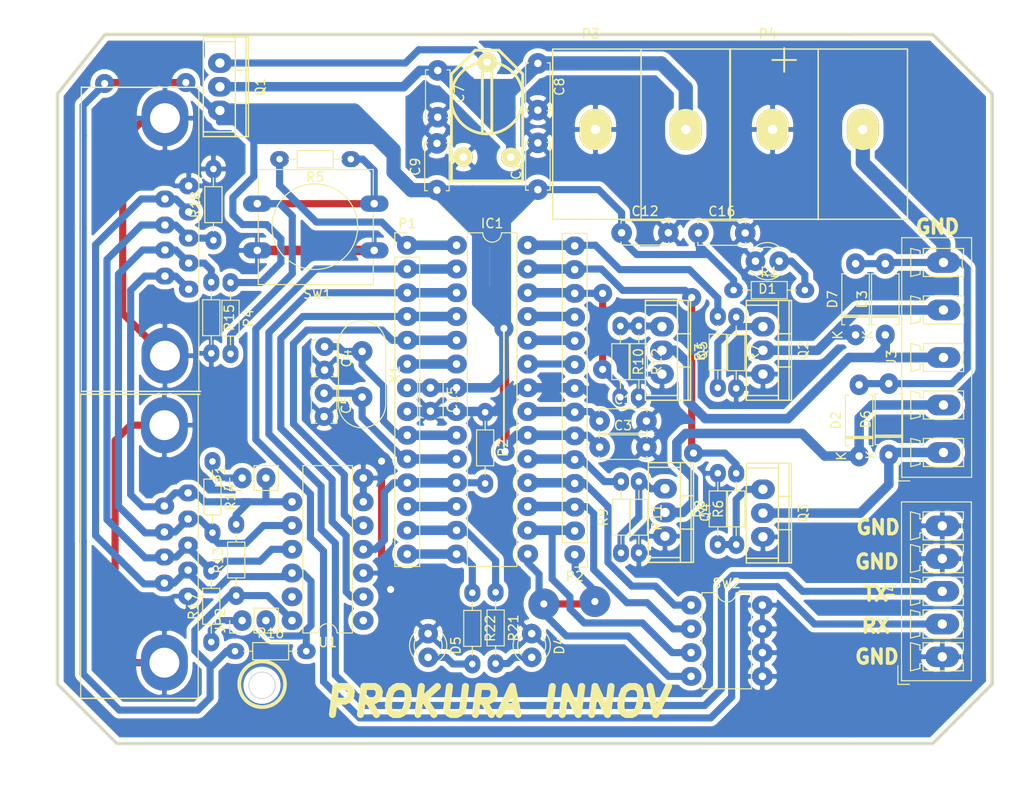
<source format=kicad_pcb>
(kicad_pcb (version 20171130) (host pcbnew "(5.1.4)-1")
  (layers (0 F.Cu signal) (31 B.Cu signal) (35 F.Paste user hide) (37 F.SilkS user) (39 F.Mask user hide) (44 Edge.Cuts user))
  (net 0 "")
  (net 1 +6V)
  (net 2 /MISO)
  (net 3 /MOSI)
  (net 4 /P1)
  (net 5 /P10)
  (net 6 /P11)
  (net 7 /P12)
  (net 8 /P13)
  (net 9 /P14)
  (net 10 /P15)
  (net 11 /P16)
  (net 12 /P19)
  (net 13 /P2)
  (net 14 /P21)
  (net 15 /P23)
  (net 16 /P24)
  (net 17 /P25)
  (net 18 /P26)
  (net 19 /P27)
  (net 20 /P28)
  (net 21 /P3)
  (net 22 /P4)
  (net 23 /P5)
  (net 24 /P6)
  (net 25 /P9)
  (net 26 /RST_IN)
  (net 27 GND)
  (net 28 VCC)
  (net 29 /Y)
  (net 30 /Z)
  (net 31 /A)
  (net 32 /B)
  (net 33 "Net-(Q1-Pad1)")
  (net 34 "Net-(Q2-Pad1)")
  (net 35 "Net-(Q3-Pad1)")
  (net 36 "Net-(Q4-Pad1)")
  (net 37 "Net-(Q5-Pad1)")
  (net 38 +12V)
  (net 39 "Net-(JP1-Pad1)")
  (net 40 "Net-(JP2-Pad1)")
  (net 41 "Net-(D1-Pad1)")
  (net 42 "Net-(D4-Pad2)")
  (net 43 "Net-(D5-Pad2)")
  (net 44 /25)
  (net 45 /27)
  (net 46 /26)
  (net 47 /28)
  (module Crystal:Crystal_HC49-4H_Vertical (layer F.Cu) (at 131.572 104.1908 270)
    (fp_text reference X1 (at 2.44 -3.525 270) (layer F.SilkS))
    (fp_text value 16MHz)
    (pad 1 thru_hole circle (at 0 0 270) (size 2.2 2.2) (drill 0.8) (layers *.Cu *.Mask) (net 25 /P9))
    (pad 2 thru_hole circle (at 4.88 0 270) (size 2.2 2.2) (drill 0.8) (layers *.Cu *.Mask) (net 5 /P10))
  )
  (module Resistor_THT:R_Axial_DIN0204_L3.6mm_D1.6mm_P7.62mm_Horizontal (layer F.Cu) (at 115.57 115.951 270)
    (fp_text reference R14 (at 3.81 -1.92 270) (layer F.SilkS))
    (fp_text value R)
    (pad 1 thru_hole oval (at 0 0 270) (size 2 1.7) (drill 0.7) (layers *.Cu *.Mask) (net 39 "Net-(JP1-Pad1)"))
    (pad 2 thru_hole oval (at 7.62 0 270) (size 2 1.7) (drill 0.7) (layers *.Cu *.Mask) (net 30 /Z))
  )
  (module modFiles:DB9 (layer F.Cu) (at 112.9665 130.3655 90)
    (fp_text reference J1 hide)
    (fp_text value DB9_Female)
    (pad 1 thru_hole oval (at 18.29 -2.54 90) (size 6 5) (drill 3.2) (layers *.Cu *.Mask) (net 27 GND))
    (pad 1 thru_hole oval (at -7.11 -2.54 90) (size 6 5) (drill 3.2) (layers *.Cu *.Mask) (net 27 GND))
    (pad 1 thru_hole oval (at 0 0 90) (size 1.8 2.1) (drill 0.8) (layers *.Cu *.Mask) (net 27 GND))
    (pad 2 thru_hole oval (at 2.79 0 90) (size 1.8 2.1) (drill 0.8) (layers *.Cu *.Mask) (net 31 /A))
    (pad 3 thru_hole oval (at 5.46 0 90) (size 1.8 2.1) (drill 0.8) (layers *.Cu *.Mask) (net 32 /B))
    (pad 4 thru_hole oval (at 8.26 0 90) (size 1.8 2.1) (drill 0.8) (layers *.Cu *.Mask) (net 30 /Z))
    (pad 5 thru_hole oval (at 11.05 0 90) (size 1.8 2.1) (drill 0.8) (layers *.Cu *.Mask) (net 29 /Y))
    (pad 6 thru_hole oval (at 1.4 -2.54 90) (size 1.8 2.1) (drill 0.8) (layers *.Cu *.Mask) (net 31 /A))
    (pad 7 thru_hole oval (at 4.19 -2.54 90) (size 1.8 2.1) (drill 0.8) (layers *.Cu *.Mask) (net 32 /B))
    (pad 8 thru_hole oval (at 6.86 -2.54 90) (size 1.8 2.1) (drill 0.8) (layers *.Cu *.Mask) (net 30 /Z))
    (pad 9 thru_hole oval (at 9.65 -2.54 90) (size 1.8 2.1) (drill 0.8) (layers *.Cu *.Mask) (net 29 /Y))
  )
  (module modFiles:DB9 (layer F.Cu) (at 113.03 97.536 90)
    (fp_text reference J2 hide)
    (fp_text value DB9_Male)
    (pad 9 thru_hole oval (at 9.65 -2.54 90) (size 1.8 2.1) (drill 0.8) (layers *.Cu *.Mask) (net 31 /A))
    (pad 8 thru_hole oval (at 6.86 -2.54 90) (size 1.8 2.1) (drill 0.8) (layers *.Cu *.Mask) (net 32 /B))
    (pad 7 thru_hole oval (at 4.19 -2.54 90) (size 1.8 2.1) (drill 0.8) (layers *.Cu *.Mask) (net 30 /Z))
    (pad 6 thru_hole oval (at 1.4 -2.54 90) (size 1.8 2.1) (drill 0.8) (layers *.Cu *.Mask) (net 29 /Y))
    (pad 5 thru_hole oval (at 11.05 0 90) (size 1.8 2.1) (drill 0.8) (layers *.Cu *.Mask) (net 27 GND))
    (pad 4 thru_hole oval (at 8.26 0 90) (size 1.8 2.1) (drill 0.8) (layers *.Cu *.Mask) (net 31 /A))
    (pad 3 thru_hole oval (at 5.46 0 90) (size 1.8 2.1) (drill 0.8) (layers *.Cu *.Mask) (net 32 /B))
    (pad 2 thru_hole oval (at 2.79 0 90) (size 1.8 2.1) (drill 0.8) (layers *.Cu *.Mask) (net 30 /Z))
    (pad 1 thru_hole oval (at 0 0 90) (size 1.8 2.1) (drill 0.8) (layers *.Cu *.Mask) (net 29 /Y))
    (pad 5 thru_hole oval (at -7.11 -2.54 90) (size 6 5) (drill 3.2) (layers *.Cu *.Mask) (net 27 GND))
    (pad 5 thru_hole oval (at 18.29 -2.54 90) (size 6 5) (drill 3.2) (layers *.Cu *.Mask) (net 27 GND))
  )
  (module Package_DIP:DIP-28_W7.62mm (layer F.Cu) (at 141.6685 92.837)
    (fp_text reference IC1 (at 3.81 -2.33) (layer F.SilkS))
    (fp_text value ATMEGA168-P)
    (pad 1 thru_hole oval (at 0 0) (size 2.2 2) (drill 0.8) (layers *.Cu *.Mask) (net 4 /P1))
    (pad 15 thru_hole oval (at 7.62 33.02) (size 2.2 2) (drill 0.8) (layers *.Cu *.Mask) (net 10 /P15))
    (pad 2 thru_hole oval (at 0 2.54) (size 2.2 2) (drill 0.8) (layers *.Cu *.Mask) (net 13 /P2))
    (pad 16 thru_hole oval (at 7.62 30.48) (size 2.2 2) (drill 0.8) (layers *.Cu *.Mask) (net 11 /P16))
    (pad 3 thru_hole oval (at 0 5.08) (size 2.2 2) (drill 0.8) (layers *.Cu *.Mask) (net 21 /P3))
    (pad 17 thru_hole oval (at 7.62 27.94) (size 2.2 2) (drill 0.8) (layers *.Cu *.Mask) (net 3 /MOSI))
    (pad 4 thru_hole oval (at 0 7.62) (size 2.2 2) (drill 0.8) (layers *.Cu *.Mask) (net 22 /P4))
    (pad 18 thru_hole oval (at 7.62 25.4) (size 2.2 2) (drill 0.8) (layers *.Cu *.Mask) (net 2 /MISO))
    (pad 5 thru_hole oval (at 0 10.16) (size 2.2 2) (drill 0.8) (layers *.Cu *.Mask) (net 23 /P5))
    (pad 19 thru_hole oval (at 7.62 22.86) (size 2.2 2) (drill 0.8) (layers *.Cu *.Mask) (net 12 /P19))
    (pad 6 thru_hole oval (at 0 12.7) (size 2.2 2) (drill 0.8) (layers *.Cu *.Mask) (net 24 /P6))
    (pad 20 thru_hole oval (at 7.62 20.32) (size 2.2 2) (drill 0.8) (layers *.Cu *.Mask) (net 28 VCC))
    (pad 7 thru_hole oval (at 0 15.24) (size 2.2 2) (drill 0.8) (layers *.Cu *.Mask) (net 28 VCC))
    (pad 21 thru_hole oval (at 7.62 17.78) (size 2.2 2) (drill 0.8) (layers *.Cu *.Mask) (net 14 /P21))
    (pad 8 thru_hole oval (at 0 17.78) (size 2.2 2) (drill 0.8) (layers *.Cu *.Mask) (net 27 GND))
    (pad 22 thru_hole oval (at 7.62 15.24) (size 2.2 2) (drill 0.8) (layers *.Cu *.Mask) (net 27 GND))
    (pad 9 thru_hole oval (at 0 20.32) (size 2.2 2) (drill 0.8) (layers *.Cu *.Mask) (net 25 /P9))
    (pad 23 thru_hole oval (at 7.62 12.7) (size 2.2 2) (drill 0.8) (layers *.Cu *.Mask) (net 15 /P23))
    (pad 10 thru_hole oval (at 0 22.86) (size 2.2 2) (drill 0.8) (layers *.Cu *.Mask) (net 5 /P10))
    (pad 24 thru_hole oval (at 7.62 10.16) (size 2.2 2) (drill 0.8) (layers *.Cu *.Mask) (net 16 /P24))
    (pad 11 thru_hole oval (at 0 25.4) (size 2.2 2) (drill 0.8) (layers *.Cu *.Mask) (net 6 /P11))
    (pad 25 thru_hole oval (at 7.62 7.62) (size 2.2 2) (drill 0.8) (layers *.Cu *.Mask) (net 17 /P25))
    (pad 12 thru_hole oval (at 0 27.94) (size 2.2 2) (drill 0.8) (layers *.Cu *.Mask) (net 7 /P12))
    (pad 26 thru_hole oval (at 7.62 5.08) (size 2.2 2) (drill 0.8) (layers *.Cu *.Mask) (net 18 /P26))
    (pad 13 thru_hole oval (at 0 30.48) (size 2.2 2) (drill 0.8) (layers *.Cu *.Mask) (net 8 /P13))
    (pad 27 thru_hole oval (at 7.62 2.54) (size 2.2 2) (drill 0.8) (layers *.Cu *.Mask) (net 19 /P27))
    (pad 14 thru_hole oval (at 0 33.02) (size 2.2 2) (drill 0.8) (layers *.Cu *.Mask) (net 9 /P14))
    (pad 28 thru_hole oval (at 7.62 0) (size 2.2 2) (drill 0.8) (layers *.Cu *.Mask) (net 20 /P28))
  )
  (module Package_DIP:DIP-14_W7.62mm (layer F.Cu) (at 131.699 132.969 180)
    (fp_text reference U1 (at 3.81 -2.33 180) (layer F.SilkS))
    (fp_text value MAX13080E)
    (pad 1 thru_hole oval (at 0 0 180) (size 2.2 2) (drill 0.8) (layers *.Cu *.Mask))
    (pad 2 thru_hole oval (at 0 2.54 180) (size 2.2 2) (drill 0.8) (layers *.Cu *.Mask) (net 22 /P4))
    (pad 9 thru_hole oval (at 7.62 12.7 180) (size 2.2 2) (drill 0.8) (layers *.Cu *.Mask) (net 29 /Y))
    (pad 3 thru_hole oval (at 0 5.08 180) (size 2.2 2) (drill 0.8) (layers *.Cu *.Mask) (net 27 GND))
    (pad 10 thru_hole oval (at 7.62 10.16 180) (size 2.2 2) (drill 0.8) (layers *.Cu *.Mask) (net 30 /Z))
    (pad 4 thru_hole oval (at 0 7.62 180) (size 2.2 2) (drill 0.8) (layers *.Cu *.Mask) (net 6 /P11))
    (pad 11 thru_hole oval (at 7.62 7.62 180) (size 2.2 2) (drill 0.8) (layers *.Cu *.Mask) (net 32 /B))
    (pad 5 thru_hole oval (at 0 10.16 180) (size 2.2 2) (drill 0.8) (layers *.Cu *.Mask) (net 23 /P5))
    (pad 12 thru_hole oval (at 7.62 5.08 180) (size 2.2 2) (drill 0.8) (layers *.Cu *.Mask) (net 31 /A))
    (pad 6 thru_hole oval (at 0 12.7 180) (size 2.2 2) (drill 0.8) (layers *.Cu *.Mask) (net 27 GND))
    (pad 13 thru_hole oval (at 7.62 2.54 180) (size 2.2 2) (drill 0.8) (layers *.Cu *.Mask))
    (pad 7 thru_hole oval (at 0 15.24 180) (size 2.2 2) (drill 0.8) (layers *.Cu *.Mask) (net 27 GND))
    (pad 14 thru_hole oval (at 7.62 0 180) (size 2.2 2) (drill 0.8) (layers *.Cu *.Mask) (net 28 VCC))
  )
  (module modFiles:Ceramic_5.00 (layer F.Cu) (at 156.972 111.633)
    (fp_text reference C1 (at 2.5 -2.31) (layer F.SilkS))
    (fp_text value 104)
    (pad 2 thru_hole circle (at 5 0) (size 2.2 2.2) (drill 0.8) (layers *.Cu *.Mask) (net 27 GND))
    (pad 1 thru_hole circle (at 0 0) (size 2.2 2.2) (drill 0.8) (layers *.Cu *.Mask) (net 14 /P21))
  )
  (module Resistor_THT:R_Axial_DIN0204_L3.6mm_D1.6mm_P7.62mm_Horizontal (layer F.Cu) (at 115.443 96.774 270)
    (fp_text reference R15 (at 3.81 -1.92 270) (layer F.SilkS))
    (fp_text value R)
    (pad 1 thru_hole oval (at 0 0 270) (size 2 1.7) (drill 0.7) (layers *.Cu *.Mask) (net 30 /Z))
    (pad 2 thru_hole oval (at 7.62 0 270) (size 2 1.7) (drill 0.7) (layers *.Cu *.Mask) (net 27 GND))
  )
  (module modFiles:Voltage_Regulator (layer F.Cu) (at 174.4345 104.0765 270)
    (fp_text reference Q2 (at 0 -4.318 270) (layer F.SilkS))
    (fp_text value TIP122)
    (pad 1 thru_hole oval (at -2.54 0 270) (size 2.1 2.54) (drill 1) (layers *.Cu *.Mask) (net 34 "Net-(Q2-Pad1)"))
    (pad 3 thru_hole oval (at 2.54 0 270) (size 2.1 2.54) (drill 1) (layers *.Cu *.Mask) (net 27 GND))
    (pad 2 thru_hole oval (at 0 0 270) (size 2.1 2.54) (drill 1) (layers *.Cu *.Mask) (net 47 /28))
  )
  (module modFiles:Voltage_Regulator (layer F.Cu) (at 174.4345 121.4755 270)
    (fp_text reference Q3 (at 0 -4.318 270) (layer F.SilkS))
    (fp_text value TIP122)
    (pad 2 thru_hole oval (at 0 0 270) (size 2.1 2.54) (drill 1) (layers *.Cu *.Mask) (net 45 /27))
    (pad 3 thru_hole oval (at 2.54 0 270) (size 2.1 2.54) (drill 1) (layers *.Cu *.Mask) (net 27 GND))
    (pad 1 thru_hole oval (at -2.54 0 270) (size 2.1 2.54) (drill 1) (layers *.Cu *.Mask) (net 35 "Net-(Q3-Pad1)"))
  )
  (module modFiles:Voltage_Regulator (layer F.Cu) (at 163.957 121.412 270)
    (fp_text reference Q4 (at 0 -4.318 270) (layer F.SilkS))
    (fp_text value TIP122)
    (pad 2 thru_hole oval (at 0 0 270) (size 2.1 2.54) (drill 1) (layers *.Cu *.Mask) (net 44 /25))
    (pad 3 thru_hole oval (at 2.54 0 270) (size 2.1 2.54) (drill 1) (layers *.Cu *.Mask) (net 27 GND))
    (pad 1 thru_hole oval (at -2.54 0 270) (size 2.1 2.54) (drill 1) (layers *.Cu *.Mask) (net 36 "Net-(Q4-Pad1)"))
  )
  (module modFiles:Voltage_Regulator (layer F.Cu) (at 163.6395 104.0765 270)
    (fp_text reference Q5 (at 0 -4.318 270) (layer F.SilkS))
    (fp_text value TIP122)
    (pad 1 thru_hole oval (at -2.54 0 270) (size 2.1 2.54) (drill 1) (layers *.Cu *.Mask) (net 37 "Net-(Q5-Pad1)"))
    (pad 3 thru_hole oval (at 2.54 0 270) (size 2.1 2.54) (drill 1) (layers *.Cu *.Mask) (net 27 GND))
    (pad 2 thru_hole oval (at 0 0 270) (size 2.1 2.54) (drill 1) (layers *.Cu *.Mask) (net 46 /26))
  )
  (module modFiles:Voltage_Regulator (layer F.Cu) (at 116.3665 75.8895 270)
    (fp_text reference Q1 (at 0 -4.318 270) (layer F.SilkS))
    (fp_text value TIP122)
    (pad 2 thru_hole oval (at 0 0 270) (size 2.1 2.54) (drill 1) (layers *.Cu *.Mask) (net 1 +6V))
    (pad 3 thru_hole oval (at 2.54 0 270) (size 2.1 2.54) (drill 1) (layers *.Cu *.Mask) (net 28 VCC))
    (pad 1 thru_hole oval (at -2.54 0 270) (size 2.1 2.54) (drill 1) (layers *.Cu *.Mask) (net 33 "Net-(Q1-Pad1)"))
  )
  (module modFiles:Ceramic_2.54 (layer F.Cu) (at 127.5588 103.6828 270)
    (fp_text reference C4 (at 1.25 -2.36 270) (layer F.SilkS))
    (fp_text value 22pF)
    (pad 1 thru_hole circle (at 0 0 270) (size 2 2) (drill 0.8) (layers *.Cu *.Mask) (net 25 /P9))
    (pad 2 thru_hole circle (at 2.5 0 270) (size 2 2) (drill 0.8) (layers *.Cu *.Mask) (net 27 GND))
  )
  (module modFiles:Ceramic_2.54 (layer F.Cu) (at 127.508 108.6612 270)
    (fp_text reference C5 (at 1.25 -2.36 270) (layer F.SilkS))
    (fp_text value 22pF)
    (pad 2 thru_hole circle (at 2.5 0 270) (size 2 2) (drill 0.8) (layers *.Cu *.Mask) (net 27 GND))
    (pad 1 thru_hole circle (at 0 0 270) (size 2 2) (drill 0.8) (layers *.Cu *.Mask) (net 5 /P10))
  )
  (module Package_DIP:DIP-8_W7.62mm (layer F.Cu) (at 166.751 131.318)
    (fp_text reference SW2 (at 3.81 -2.33) (layer F.SilkS))
    (fp_text value Address)
    (pad 8 thru_hole oval (at 7.62 0) (size 2.2 2) (drill 0.8) (layers *.Cu *.Mask) (net 27 GND))
    (pad 4 thru_hole oval (at 0 7.62) (size 2.2 2) (drill 0.8) (layers *.Cu *.Mask) (net 10 /P15))
    (pad 7 thru_hole oval (at 7.62 2.54) (size 2.2 2) (drill 0.8) (layers *.Cu *.Mask) (net 27 GND))
    (pad 3 thru_hole oval (at 0 5.08) (size 2.2 2) (drill 0.8) (layers *.Cu *.Mask) (net 11 /P16))
    (pad 6 thru_hole oval (at 7.62 5.08) (size 2.2 2) (drill 0.8) (layers *.Cu *.Mask) (net 27 GND))
    (pad 2 thru_hole oval (at 0 2.54) (size 2.2 2) (drill 0.8) (layers *.Cu *.Mask) (net 3 /MOSI))
    (pad 5 thru_hole oval (at 7.62 7.62) (size 2.2 2) (drill 0.8) (layers *.Cu *.Mask) (net 27 GND))
    (pad 1 thru_hole oval (at 0 0) (size 2.2 2) (drill 0.8) (layers *.Cu *.Mask) (net 2 /MISO))
  )
  (module Connector_PinHeader_2.54mm:PinHeader_1x02_P2.54mm_Vertical (layer F.Cu) (at 118.745 117.729 90)
    (fp_text reference JP1 (at 0 -2.33 90) (layer F.SilkS))
    (fp_text value Jumper)
    (pad 2 thru_hole oval (at 0 2.54 90) (size 2.2 2) (drill 0.8) (layers *.Cu *.Mask) (net 29 /Y))
    (pad 1 thru_hole oval (at 0 0 90) (size 2.2 2) (drill 0.8) (layers *.Cu *.Mask) (net 39 "Net-(JP1-Pad1)"))
  )
  (module Connector_PinHeader_2.54mm:PinHeader_1x02_P2.54mm_Vertical (layer F.Cu) (at 118.745 132.969 90)
    (fp_text reference JP2 (at 0 -2.33 90) (layer F.SilkS))
    (fp_text value Jumper)
    (pad 1 thru_hole oval (at 0 0 90) (size 2.2 2) (drill 0.8) (layers *.Cu *.Mask) (net 40 "Net-(JP2-Pad1)"))
    (pad 2 thru_hole oval (at 0 2.54 90) (size 2.2 2) (drill 0.8) (layers *.Cu *.Mask) (net 31 /A))
  )
  (module Resistor_THT:R_Axial_DIN0204_L3.6mm_D1.6mm_P7.62mm_Horizontal (layer F.Cu) (at 144.7292 110.6932 270)
    (fp_text reference R2 (at 3.81 -1.92 270) (layer F.SilkS))
    (fp_text value 10K)
    (pad 2 thru_hole oval (at 7.62 0 270) (size 2 1.7) (drill 0.7) (layers *.Cu *.Mask) (net 6 /P11))
    (pad 1 thru_hole oval (at 0 0 270) (size 2 1.7) (drill 0.7) (layers *.Cu *.Mask) (net 27 GND))
  )
  (module Resistor_THT:R_Axial_DIN0204_L3.6mm_D1.6mm_P7.62mm_Horizontal (layer F.Cu) (at 169.6085 108.077 90)
    (fp_text reference R3 (at 3.81 -1.92 90) (layer F.SilkS))
    (fp_text value R)
    (pad 1 thru_hole oval (at 0 0 90) (size 2 1.7) (drill 0.7) (layers *.Cu *.Mask) (net 34 "Net-(Q2-Pad1)"))
    (pad 2 thru_hole oval (at 7.62 0 90) (size 2 1.7) (drill 0.7) (layers *.Cu *.Mask) (net 20 /P28))
  )
  (module Resistor_THT:R_Axial_DIN0204_L3.6mm_D1.6mm_P7.62mm_Horizontal (layer F.Cu) (at 117.5004 96.8248 270)
    (fp_text reference R4 (at 3.81 -1.92 270) (layer F.SilkS))
    (fp_text value 10K)
    (pad 1 thru_hole oval (at 0 0 270) (size 2 1.7) (drill 0.7) (layers *.Cu *.Mask) (net 28 VCC))
    (pad 2 thru_hole oval (at 7.62 0 270) (size 2 1.7) (drill 0.7) (layers *.Cu *.Mask) (net 26 /RST_IN))
  )
  (module Resistor_THT:R_Axial_DIN0204_L3.6mm_D1.6mm_P7.62mm_Horizontal (layer F.Cu) (at 130.3655 83.6295 180)
    (fp_text reference R5 (at 3.81 -1.92 180) (layer F.SilkS))
    (fp_text value 100E)
    (pad 2 thru_hole oval (at 7.62 0 180) (size 2 1.7) (drill 0.7) (layers *.Cu *.Mask) (net 4 /P1))
    (pad 1 thru_hole oval (at 0 0 180) (size 2 1.7) (drill 0.7) (layers *.Cu *.Mask) (net 26 /RST_IN))
  )
  (module Resistor_THT:R_Axial_DIN0204_L3.6mm_D1.6mm_P7.62mm_Horizontal (layer F.Cu) (at 171.577 124.841 90)
    (fp_text reference R6 (at 3.81 -1.92 90) (layer F.SilkS))
    (fp_text value R)
    (pad 2 thru_hole oval (at 7.62 0 90) (size 2 1.7) (drill 0.7) (layers *.Cu *.Mask) (net 19 /P27))
    (pad 1 thru_hole oval (at 0 0 90) (size 2 1.7) (drill 0.7) (layers *.Cu *.Mask) (net 35 "Net-(Q3-Pad1)"))
  )
  (module Resistor_THT:R_Axial_DIN0204_L3.6mm_D1.6mm_P7.62mm_Horizontal (layer F.Cu) (at 171.577 100.5205 270)
    (fp_text reference R7 (at 3.81 -1.92 270) (layer F.SilkS))
    (fp_text value R)
    (pad 2 thru_hole oval (at 7.62 0 270) (size 2 1.7) (drill 0.7) (layers *.Cu *.Mask) (net 27 GND))
    (pad 1 thru_hole oval (at 0 0 270) (size 2 1.7) (drill 0.7) (layers *.Cu *.Mask) (net 34 "Net-(Q2-Pad1)"))
  )
  (module Resistor_THT:R_Axial_DIN0204_L3.6mm_D1.6mm_P7.62mm_Horizontal (layer F.Cu) (at 169.6085 124.841 90)
    (fp_text reference R8 (at 3.81 -1.92 90) (layer F.SilkS))
    (fp_text value R)
    (pad 1 thru_hole oval (at 0 0 90) (size 2 1.7) (drill 0.7) (layers *.Cu *.Mask) (net 35 "Net-(Q3-Pad1)"))
    (pad 2 thru_hole oval (at 7.62 0 90) (size 2 1.7) (drill 0.7) (layers *.Cu *.Mask) (net 27 GND))
  )
  (module Resistor_THT:R_Axial_DIN0204_L3.6mm_D1.6mm_P7.62mm_Horizontal (layer F.Cu) (at 159.258 125.73 90)
    (fp_text reference R9 (at 3.81 -1.92 90) (layer F.SilkS))
    (fp_text value R)
    (pad 2 thru_hole oval (at 7.62 0 90) (size 2 1.7) (drill 0.7) (layers *.Cu *.Mask) (net 12 /P19))
    (pad 1 thru_hole oval (at 0 0 90) (size 2 1.7) (drill 0.7) (layers *.Cu *.Mask) (net 36 "Net-(Q4-Pad1)"))
  )
  (module Resistor_THT:R_Axial_DIN0204_L3.6mm_D1.6mm_P7.62mm_Horizontal (layer F.Cu) (at 159.1945 101.473 270)
    (fp_text reference R10 (at 3.81 -1.92 270) (layer F.SilkS))
    (fp_text value R)
    (pad 1 thru_hole oval (at 0 0 270) (size 2 1.7) (drill 0.7) (layers *.Cu *.Mask) (net 37 "Net-(Q5-Pad1)"))
    (pad 2 thru_hole oval (at 7.62 0 270) (size 2 1.7) (drill 0.7) (layers *.Cu *.Mask) (net 18 /P26))
  )
  (module Resistor_THT:R_Axial_DIN0204_L3.6mm_D1.6mm_P7.62mm_Horizontal (layer F.Cu) (at 161.163 118.11 270)
    (fp_text reference R11 (at 3.81 -1.92 270) (layer F.SilkS))
    (fp_text value R)
    (pad 1 thru_hole oval (at 0 0 270) (size 2 1.7) (drill 0.7) (layers *.Cu *.Mask) (net 36 "Net-(Q4-Pad1)"))
    (pad 2 thru_hole oval (at 7.62 0 270) (size 2 1.7) (drill 0.7) (layers *.Cu *.Mask) (net 27 GND))
  )
  (module Resistor_THT:R_Axial_DIN0204_L3.6mm_D1.6mm_P7.62mm_Horizontal (layer F.Cu) (at 161.163 101.473 270)
    (fp_text reference R12 (at 3.81 -1.92 270) (layer F.SilkS))
    (fp_text value R)
    (pad 2 thru_hole oval (at 7.62 0 270) (size 2 1.7) (drill 0.7) (layers *.Cu *.Mask) (net 27 GND))
    (pad 1 thru_hole oval (at 0 0 270) (size 2 1.7) (drill 0.7) (layers *.Cu *.Mask) (net 37 "Net-(Q5-Pad1)"))
  )
  (module Resistor_THT:R_Axial_DIN0204_L3.6mm_D1.6mm_P7.62mm_Horizontal (layer F.Cu) (at 118.11 130.302 90)
    (fp_text reference R13 (at 3.81 -1.92 90) (layer F.SilkS))
    (fp_text value R)
    (pad 2 thru_hole oval (at 7.62 0 90) (size 2 1.7) (drill 0.7) (layers *.Cu *.Mask) (net 29 /Y))
    (pad 1 thru_hole oval (at 0 0 90) (size 2 1.7) (drill 0.7) (layers *.Cu *.Mask) (net 28 VCC))
  )
  (module Resistor_THT:R_Axial_DIN0204_L3.6mm_D1.6mm_P7.62mm_Horizontal (layer F.Cu) (at 117.983 136.2456)
    (fp_text reference R16 (at 3.81 -1.92) (layer F.SilkS))
    (fp_text value R)
    (pad 1 thru_hole oval (at 0 0) (size 2 1.7) (drill 0.7) (layers *.Cu *.Mask) (net 28 VCC))
    (pad 2 thru_hole oval (at 7.62 0) (size 2 1.7) (drill 0.7) (layers *.Cu *.Mask) (net 31 /A))
  )
  (module Resistor_THT:R_Axial_DIN0204_L3.6mm_D1.6mm_P7.62mm_Horizontal (layer F.Cu) (at 115.443 135.255 90)
    (fp_text reference R17 (at 3.81 -1.92 90) (layer F.SilkS))
    (fp_text value R)
    (pad 1 thru_hole oval (at 0 0 90) (size 2 1.7) (drill 0.7) (layers *.Cu *.Mask) (net 40 "Net-(JP2-Pad1)"))
    (pad 2 thru_hole oval (at 7.62 0 90) (size 2 1.7) (drill 0.7) (layers *.Cu *.Mask) (net 32 /B))
  )
  (module Resistor_THT:R_Axial_DIN0204_L3.6mm_D1.6mm_P7.62mm_Horizontal (layer F.Cu) (at 115.6716 92.3036 90)
    (fp_text reference R18 (at 3.81 -1.92 90) (layer F.SilkS))
    (fp_text value R)
    (pad 2 thru_hole oval (at 7.62 0 90) (size 2 1.7) (drill 0.7) (layers *.Cu *.Mask) (net 27 GND))
    (pad 1 thru_hole oval (at 0 0 90) (size 2 1.7) (drill 0.7) (layers *.Cu *.Mask) (net 32 /B))
  )
  (module modFiles:Led_3mm (layer F.Cu) (at 149.7076 134.366 270)
    (fp_text reference D4 (at 1.27 -2.96 270) (layer F.SilkS))
    (fp_text value LED)
    (pad 1 thru_hole circle (at 0 0 270) (size 2.1 2.1) (drill 0.8) (layers *.Cu *.Mask) (net 27 GND))
    (pad 2 thru_hole circle (at 2.54 0 270) (size 2.1 2.1) (drill 0.8) (layers *.Cu *.Mask) (net 42 "Net-(D4-Pad2)"))
  )
  (module modFiles:Led_3mm (layer F.Cu) (at 138.6332 134.366 270)
    (fp_text reference D5 (at 1.27 -2.96 270) (layer F.SilkS))
    (fp_text value LED)
    (pad 2 thru_hole circle (at 2.54 0 270) (size 2.1 2.1) (drill 0.8) (layers *.Cu *.Mask) (net 43 "Net-(D5-Pad2)"))
    (pad 1 thru_hole circle (at 0 0 270) (size 2.1 2.1) (drill 0.8) (layers *.Cu *.Mask) (net 27 GND))
  )
  (module Resistor_THT:R_Axial_DIN0204_L3.6mm_D1.6mm_P7.62mm_Horizontal (layer F.Cu) (at 145.8468 129.9464 270)
    (fp_text reference R21 (at 3.81 -1.92 270) (layer F.SilkS))
    (fp_text value R)
    (pad 1 thru_hole oval (at 0 0 270) (size 2 1.7) (drill 0.7) (layers *.Cu *.Mask) (net 8 /P13))
    (pad 2 thru_hole oval (at 7.62 0 270) (size 2 1.7) (drill 0.7) (layers *.Cu *.Mask) (net 42 "Net-(D4-Pad2)"))
  )
  (module Resistor_THT:R_Axial_DIN0204_L3.6mm_D1.6mm_P7.62mm_Horizontal (layer F.Cu) (at 143.3576 129.9972 270)
    (fp_text reference R22 (at 3.81 -1.92 270) (layer F.SilkS))
    (fp_text value R)
    (pad 2 thru_hole oval (at 7.62 0 270) (size 2 1.7) (drill 0.7) (layers *.Cu *.Mask) (net 43 "Net-(D5-Pad2)"))
    (pad 1 thru_hole oval (at 0 0 270) (size 2 1.7) (drill 0.7) (layers *.Cu *.Mask) (net 9 /P14))
  )
  (module modFiles:Ceramic_5.00 (layer F.Cu) (at 156.972 114.427)
    (fp_text reference C3 (at 2.5 -2.31) (layer F.SilkS))
    (fp_text value 104)
    (pad 1 thru_hole circle (at 0 0) (size 2.2 2.2) (drill 0.8) (layers *.Cu *.Mask) (net 28 VCC))
    (pad 2 thru_hole circle (at 5 0) (size 2.2 2.2) (drill 0.8) (layers *.Cu *.Mask) (net 27 GND))
  )
  (module modFiles:Led_3mm (layer F.Cu) (at 176.1744 94.5388 180)
    (fp_text reference D1 (at 1.27 -2.96 180) (layer F.SilkS))
    (fp_text value LED)
    (pad 1 thru_hole circle (at 0 0 180) (size 2.1 2.1) (drill 0.8) (layers *.Cu *.Mask) (net 41 "Net-(D1-Pad1)"))
    (pad 2 thru_hole circle (at 2.54 0 180) (size 2.1 2.1) (drill 0.8) (layers *.Cu *.Mask) (net 27 GND))
  )
  (module Resistor_THT:R_Axial_DIN0204_L3.6mm_D1.6mm_P7.62mm_Horizontal (layer F.Cu) (at 171.2976 97.6376)
    (fp_text reference R1 (at 3.81 -1.92) (layer F.SilkS))
    (fp_text value 1K)
    (pad 2 thru_hole oval (at 7.62 0) (size 2 1.7) (drill 0.7) (layers *.Cu *.Mask) (net 41 "Net-(D1-Pad1)"))
    (pad 1 thru_hole oval (at 0 0) (size 2 1.7) (drill 0.7) (layers *.Cu *.Mask) (net 28 VCC))
  )
  (module modFiles:Ceramic_5.00 (layer F.Cu) (at 139.6619 74.1426 270)
    (fp_text reference C7 (at 2.5 -2.31 270) (layer F.SilkS))
    (fp_text value 104)
    (pad 1 thru_hole circle (at 0 0 270) (size 2.2 2.2) (drill 0.8) (layers *.Cu *.Mask) (net 1 +6V))
    (pad 2 thru_hole circle (at 5 0 270) (size 2.2 2.2) (drill 0.8) (layers *.Cu *.Mask) (net 27 GND))
  )
  (module modFiles:Ceramic_5.00 (layer F.Cu) (at 150.3665 73.3895 270)
    (fp_text reference C8 (at 2.5 -2.31 270) (layer F.SilkS))
    (fp_text value 104)
    (pad 2 thru_hole circle (at 5 0 270) (size 2.2 2.2) (drill 0.8) (layers *.Cu *.Mask) (net 27 GND))
    (pad 1 thru_hole circle (at 0 0 270) (size 2.2 2.2) (drill 0.8) (layers *.Cu *.Mask) (net 1 +6V))
  )
  (module modFiles:Ceramic_5.00 (layer F.Cu) (at 139.573 86.9442 90)
    (fp_text reference C9 (at 2.5 -2.31 90) (layer F.SilkS))
    (fp_text value 104)
    (pad 1 thru_hole circle (at 0 0 90) (size 2.2 2.2) (drill 0.8) (layers *.Cu *.Mask) (net 28 VCC))
    (pad 2 thru_hole circle (at 5 0 90) (size 2.2 2.2) (drill 0.8) (layers *.Cu *.Mask) (net 27 GND))
  )
  (module modFiles:Ceramic_5.00 (layer F.Cu) (at 159.3215 91.5035)
    (fp_text reference C12 (at 2.5 -2.31) (layer F.SilkS))
    (fp_text value 104)
    (pad 1 thru_hole circle (at 0 0) (size 2.2 2.2) (drill 0.8) (layers *.Cu *.Mask) (net 28 VCC))
    (pad 2 thru_hole circle (at 5 0) (size 2.2 2.2) (drill 0.8) (layers *.Cu *.Mask) (net 27 GND))
  )
  (module modFiles:Ceramic_5.00 (layer F.Cu) (at 167.5384 91.5289)
    (fp_text reference C16 (at 2.5 -2.31) (layer F.SilkS))
    (fp_text value 104)
    (pad 1 thru_hole circle (at 0 0) (size 2.2 2.2) (drill 0.8) (layers *.Cu *.Mask) (net 28 VCC))
    (pad 2 thru_hole circle (at 5 0) (size 2.2 2.2) (drill 0.8) (layers *.Cu *.Mask) (net 27 GND))
  )
  (module modFiles:Ceramic_5.00 (layer F.Cu) (at 150.3665 86.8895 90)
    (fp_text reference C17 (at 2.5 -2.31 90) (layer F.SilkS))
    (fp_text value 104)
    (pad 2 thru_hole circle (at 5 0 90) (size 2.2 2.2) (drill 0.8) (layers *.Cu *.Mask) (net 27 GND))
    (pad 1 thru_hole circle (at 0 0 90) (size 2.2 2.2) (drill 0.8) (layers *.Cu *.Mask) (net 28 VCC))
  )
  (module Connector_PinHeader_2.54mm:PinHeader_1x14_P2.54mm_Vertical (layer F.Cu) (at 136.398 92.837)
    (fp_text reference P1 (at 0 -2.33) (layer F.SilkS))
    (fp_text value CONN_14)
    (pad 1 thru_hole oval (at 0 0) (size 2.2 2) (drill 0.8) (layers *.Cu *.Mask) (net 4 /P1))
    (pad 2 thru_hole oval (at 0 2.54) (size 2.2 2) (drill 0.8) (layers *.Cu *.Mask) (net 13 /P2))
    (pad 3 thru_hole oval (at 0 5.08) (size 2.2 2) (drill 0.8) (layers *.Cu *.Mask) (net 21 /P3))
    (pad 4 thru_hole oval (at 0 7.62) (size 2.2 2) (drill 0.8) (layers *.Cu *.Mask) (net 22 /P4))
    (pad 5 thru_hole oval (at 0 10.16) (size 2.2 2) (drill 0.8) (layers *.Cu *.Mask) (net 23 /P5))
    (pad 6 thru_hole oval (at 0 12.7) (size 2.2 2) (drill 0.8) (layers *.Cu *.Mask) (net 24 /P6))
    (pad 7 thru_hole oval (at 0 15.24) (size 2.2 2) (drill 0.8) (layers *.Cu *.Mask) (net 28 VCC))
    (pad 8 thru_hole oval (at 0 17.78) (size 2.2 2) (drill 0.8) (layers *.Cu *.Mask) (net 27 GND))
    (pad 9 thru_hole oval (at 0 20.32) (size 2.2 2) (drill 0.8) (layers *.Cu *.Mask) (net 25 /P9))
    (pad 10 thru_hole oval (at 0 22.86) (size 2.2 2) (drill 0.8) (layers *.Cu *.Mask) (net 5 /P10))
    (pad 11 thru_hole oval (at 0 25.4) (size 2.2 2) (drill 0.8) (layers *.Cu *.Mask) (net 6 /P11))
    (pad 12 thru_hole oval (at 0 27.94) (size 2.2 2) (drill 0.8) (layers *.Cu *.Mask) (net 7 /P12))
    (pad 13 thru_hole oval (at 0 30.48) (size 2.2 2) (drill 0.8) (layers *.Cu *.Mask) (net 8 /P13))
    (pad 14 thru_hole oval (at 0 33.02) (size 2.2 2) (drill 0.8) (layers *.Cu *.Mask) (net 9 /P14))
  )
  (module Connector_PinHeader_2.54mm:PinHeader_1x14_P2.54mm_Vertical (layer F.Cu) (at 154.305 125.9205 180)
    (fp_text reference P2 (at 0 -2.33 180) (layer F.SilkS))
    (fp_text value CONN_14)
    (pad 14 thru_hole oval (at 0 33.02 180) (size 2.2 2) (drill 0.8) (layers *.Cu *.Mask) (net 20 /P28))
    (pad 13 thru_hole oval (at 0 30.48 180) (size 2.2 2) (drill 0.8) (layers *.Cu *.Mask) (net 19 /P27))
    (pad 12 thru_hole oval (at 0 27.94 180) (size 2.2 2) (drill 0.8) (layers *.Cu *.Mask) (net 18 /P26))
    (pad 11 thru_hole oval (at 0 25.4 180) (size 2.2 2) (drill 0.8) (layers *.Cu *.Mask) (net 17 /P25))
    (pad 10 thru_hole oval (at 0 22.86 180) (size 2.2 2) (drill 0.8) (layers *.Cu *.Mask) (net 16 /P24))
    (pad 9 thru_hole oval (at 0 20.32 180) (size 2.2 2) (drill 0.8) (layers *.Cu *.Mask) (net 15 /P23))
    (pad 8 thru_hole oval (at 0 17.78 180) (size 2.2 2) (drill 0.8) (layers *.Cu *.Mask) (net 27 GND))
    (pad 7 thru_hole oval (at 0 15.24 180) (size 2.2 2) (drill 0.8) (layers *.Cu *.Mask) (net 14 /P21))
    (pad 6 thru_hole oval (at 0 12.7 180) (size 2.2 2) (drill 0.8) (layers *.Cu *.Mask) (net 28 VCC))
    (pad 5 thru_hole oval (at 0 10.16 180) (size 2.2 2) (drill 0.8) (layers *.Cu *.Mask) (net 12 /P19))
    (pad 4 thru_hole oval (at 0 7.62 180) (size 2.2 2) (drill 0.8) (layers *.Cu *.Mask) (net 2 /MISO))
    (pad 3 thru_hole oval (at 0 5.08 180) (size 2.2 2) (drill 0.8) (layers *.Cu *.Mask) (net 3 /MOSI))
    (pad 2 thru_hole oval (at 0 2.54 180) (size 2.2 2) (drill 0.8) (layers *.Cu *.Mask) (net 11 /P16))
    (pad 1 thru_hole oval (at 0 0 180) (size 2.2 2) (drill 0.8) (layers *.Cu *.Mask) (net 10 /P15))
  )
  (module modFiles:Ceramic_2.54 (layer F.Cu) (at 138.8745 108.077 270)
    (fp_text reference C15 (at 1.25 -2.36 270) (layer F.SilkS))
    (fp_text value 104)
    (pad 1 thru_hole circle (at 0 0 270) (size 2 2) (drill 0.8) (layers *.Cu *.Mask) (net 28 VCC))
    (pad 2 thru_hole circle (at 2.5 0 270) (size 2 2) (drill 0.8) (layers *.Cu *.Mask) (net 27 GND))
  )
  (module Connector_Phoenix_MC:PhoenixContact_MCV_1,5_5-G-3.5_1x05_P3.50mm_Vertical (layer F.Cu) (at 193.6115 136.8425 90)
    (fp_text reference J4 (at 7 -5.45 90) (layer F.SilkS))
    (fp_text value Conn_01x05_Male)
    (pad 5 thru_hole oval (at 14 0 90) (size 2.2 3.6) (drill 1) (layers *.Cu *.Mask) (net 27 GND))
    (pad 4 thru_hole oval (at 10.5 0 90) (size 2.2 3.6) (drill 1) (layers *.Cu *.Mask) (net 27 GND))
    (pad 3 thru_hole oval (at 7 0 90) (size 2.2 3.6) (drill 1) (layers *.Cu *.Mask) (net 21 /P3))
    (pad 2 thru_hole oval (at 3.5 0 90) (size 2.2 3.6) (drill 1) (layers *.Cu *.Mask) (net 13 /P2))
    (pad 1 thru_hole oval (at 0 0 90) (size 2.2 3.6) (drill 1) (layers *.Cu *.Mask) (net 27 GND))
  )
  (module Connector_Phoenix_MC_HighVoltage:PhoenixContact_MCV_1,5_5-G-5.08_1x05_P5.08mm_Vertical (layer F.Cu) (at 193.7385 114.9985 90)
    (fp_text reference J3 (at 10.16 -5.55 90) (layer F.SilkS))
    (fp_text value Conn_01x05_Male)
    (pad 1 thru_hole oval (at 0 0 90) (size 2.2 3.6) (drill 1) (layers *.Cu *.Mask) (net 45 /27))
    (pad 2 thru_hole oval (at 5.08 0 90) (size 2.2 3.6) (drill 1) (layers *.Cu *.Mask) (net 44 /25))
    (pad 3 thru_hole oval (at 10.16 0 90) (size 2.2 3.6) (drill 1) (layers *.Cu *.Mask) (net 46 /26))
    (pad 4 thru_hole oval (at 15.24 0 90) (size 2.2 3.6) (drill 1) (layers *.Cu *.Mask) (net 47 /28))
    (pad 5 thru_hole oval (at 20.32 0 90) (size 2.2 3.6) (drill 1) (layers *.Cu *.Mask) (net 38 +12V))
  )
  (module Button_Switch_THT:SW_PUSH-12mm (layer F.Cu) (at 132.8665 93.3895 180)
    (fp_text reference SW1 (at 6.08 -4.66 180) (layer F.SilkS))
    (fp_text value SW_PUSH)
    (pad 1 thru_hole oval (at 12.5 0 180) (size 3.048 1.7272) (drill 0.8128) (layers *.Cu *.Mask) (net 27 GND))
    (pad 2 thru_hole oval (at 12.5 5 180) (size 3.048 1.7272) (drill 0.8128) (layers *.Cu *.Mask) (net 26 /RST_IN))
    (pad 1 thru_hole oval (at 0 0 180) (size 3.048 1.7272) (drill 0.8128) (layers *.Cu *.Mask) (net 27 GND))
    (pad 2 thru_hole oval (at 0 5 180) (size 3.048 1.7272) (drill 0.8128) (layers *.Cu *.Mask) (net 26 /RST_IN))
  )
  (module modFiles:Skeleton_Preset (layer F.Cu) (at 144.9324 78.3336 90)
    (fp_text reference RV1 hide)
    (fp_text value POT hide)
    (pad 1 thru_hole circle (at -5.08 -2.54 90) (size 2.032 2.032) (drill 0.8128) (layers *.Cu *.Mask F.SilkS) (net 27 GND))
    (pad 2 thru_hole circle (at 5.08 0 90) (size 2.032 2.032) (drill 0.8128) (layers *.Cu *.Mask F.SilkS) (net 33 "Net-(Q1-Pad1)"))
    (pad 3 thru_hole circle (at -5.08 2.54 90) (size 2.032 2.032) (drill 0.8128) (layers *.Cu *.Mask F.SilkS) (net 1 +6V))
  )
  (module modFiles:Solar_Connector0.1 (layer F.Cu) (at 161.3535 80.4545)
    (fp_text reference P3 (at -5.334 -10.2362) (layer F.SilkS))
    (fp_text value CONN_2 hide)
    (pad 2 thru_hole oval (at 4.826 0 90) (size 4.4 3.4) (drill 1) (layers *.Cu *.Mask F.SilkS) (net 1 +6V))
    (pad 1 thru_hole oval (at -4.826 0 90) (size 4.4 3.4) (drill 1) (layers *.Cu *.Mask F.SilkS) (net 27 GND))
  )
  (module modFiles:Solar_Connector0.1 (layer F.Cu) (at 180.2892 80.4545)
    (fp_text reference P4 (at -5.334 -10.2362) (layer F.SilkS))
    (fp_text value CONN_2 hide)
    (pad 1 thru_hole oval (at -4.826 0 90) (size 4.4 3.4) (drill 1) (layers *.Cu *.Mask F.SilkS) (net 27 GND))
    (pad 2 thru_hole oval (at 4.826 0 90) (size 4.4 3.4) (drill 1) (layers *.Cu *.Mask F.SilkS) (net 38 +12V))
  )
  (module modFiles:Diode_1N4007 (layer F.Cu) (at 184.7215 115.3795 90)
    (fp_text reference D2 (at 3.81 -2.47 90) (layer F.SilkS))
    (fp_text value DIODE)
    (fp_text user K (at 0 -1.9 90) (layer F.SilkS))
    (pad 2 thru_hole oval (at 7.62 0 90) (size 2.2 2) (drill 0.8) (layers *.Cu *.Mask) (net 38 +12V))
    (pad 1 thru_hole oval (at 0 0 90) (size 2.2 2) (drill 0.8) (layers *.Cu *.Mask) (net 44 /25))
  )
  (module modFiles:Diode_1N4007 (layer F.Cu) (at 187.5155 102.4255 90)
    (fp_text reference D3 (at 3.81 -2.47 90) (layer F.SilkS))
    (fp_text value DIODE)
    (fp_text user K (at 0 -1.9 90) (layer F.SilkS))
    (pad 1 thru_hole oval (at 0 0 90) (size 2.2 2) (drill 0.8) (layers *.Cu *.Mask) (net 46 /26))
    (pad 2 thru_hole oval (at 7.62 0 90) (size 2.2 2) (drill 0.8) (layers *.Cu *.Mask) (net 38 +12V))
  )
  (module modFiles:Diode_1N4007 (layer F.Cu) (at 187.8965 115.2525 90)
    (fp_text reference D6 (at 3.81 -2.47 90) (layer F.SilkS))
    (fp_text value DIODE)
    (fp_text user K (at 0 -1.9 90) (layer F.SilkS))
    (pad 1 thru_hole oval (at 0 0 90) (size 2.2 2) (drill 0.8) (layers *.Cu *.Mask) (net 45 /27))
    (pad 2 thru_hole oval (at 7.62 0 90) (size 2.2 2) (drill 0.8) (layers *.Cu *.Mask) (net 38 +12V))
  )
  (module modFiles:Diode_1N4007 (layer F.Cu) (at 184.3405 102.4255 90)
    (fp_text reference D7 (at 3.81 -2.47 90) (layer F.SilkS))
    (fp_text value DIODE)
    (fp_text user K (at 0 -1.9 90) (layer F.SilkS))
    (pad 1 thru_hole oval (at 0 0 90) (size 2.2 2) (drill 0.8) (layers *.Cu *.Mask) (net 47 /28))
    (pad 2 thru_hole oval (at 7.62 0 90) (size 2.2 2) (drill 0.8) (layers *.Cu *.Mask) (net 38 +12V))
  )
  (gr_text GND (at 193.1035 90.8685) (layer F.SilkS) (effects (font (size 1.5 1.5) (thickness 0.375))))
  (gr_text RX (at 186.4995 133.5405) (layer F.SilkS) (effects (font (size 1.5 1.5) (thickness 0.375))))
  (gr_text TX (at 186.4995 130.1115) (layer F.SilkS) (effects (font (size 1.5 1.5) (thickness 0.375))))
  (gr_text GND (at 186.6265 136.8425) (layer F.SilkS) (effects (font (size 1.5 1.5) (thickness 0.375))))
  (gr_text GND (at 186.6265 126.6825) (layer F.SilkS) (effects (font (size 1.5 1.5) (thickness 0.375))))
  (gr_text GND (at 186.7535 122.9995) (layer F.SilkS) (effects (font (size 1.5 1.5) (thickness 0.375))))
  (gr_line (start 198.9455 76.6445) (end 198.9455 139.7635) (angle 90) (layer F.SilkS) (width 0.4))
  (gr_line (start 192.5955 70.2945) (end 198.9455 76.6445) (angle 90) (layer F.SilkS) (width 0.4))
  (gr_line (start 104.0765 70.2945) (end 192.5955 70.2945) (angle 90) (layer F.SilkS) (width 0.4))
  (gr_line (start 198.9455 76.6445) (end 198.9455 139.7635) (angle 90) (layer Edge.Cuts) (width 0.3))
  (gr_line (start 98.9965 139.7635) (end 98.9965 76.6445) (angle 90) (layer Edge.Cuts) (width 0.3))
  (gr_line (start 98.9965 139.7635) (end 98.9965 76.6445) (angle 90) (layer F.SilkS) (width 0.4))
  (gr_text "PROKURA INNOV\n" (at 145.9865 141.6685) (layer F.SilkS) (effects (font (size 3 3) (thickness 0.75) italic)))
  (gr_line (start 184.0865 70.2945) (end 192.5955 70.2945) (angle 90) (layer F.SilkS) (width 0.4))
  (gr_line (start 184.0865 70.2945) (end 192.5955 70.2945) (angle 90) (layer Edge.Cuts) (width 0.3))
  (gr_line (start 184.0865 146.1135) (end 192.5955 146.1135) (angle 90) (layer Edge.Cuts) (width 0.3))
  (gr_line (start 184.0865 146.1135) (end 192.5955 146.1135) (angle 90) (layer F.SilkS) (width 0.4))
  (gr_line (start 105.3465 146.1135) (end 98.9965 139.7635) (angle 90) (layer F.SilkS) (width 0.4))
  (gr_line (start 184.0865 146.1135) (end 105.3465 146.1135) (angle 90) (layer F.SilkS) (width 0.4))
  (gr_line (start 198.9365 139.7635) (end 192.5865 146.1135) (angle 90) (layer F.SilkS) (width 0.4))
  (gr_line (start 98.9965 76.6445) (end 104.0765 70.2945) (angle 90) (layer F.SilkS) (width 0.4))
  (gr_line (start 105.3465 146.1135) (end 98.9965 139.7635) (angle 90) (layer Edge.Cuts) (width 0.3))
  (gr_line (start 184.0865 146.1135) (end 105.3465 146.1135) (angle 90) (layer Edge.Cuts) (width 0.3))
  (gr_line (start 198.9365 139.7635) (end 192.5865 146.1135) (angle 90) (layer Edge.Cuts) (width 0.3))
  (gr_line (start 192.5865 70.2945) (end 198.9365 76.6445) (angle 90) (layer Edge.Cuts) (width 0.3))
  (gr_line (start 104.0765 70.2945) (end 184.0865 70.2945) (angle 90) (layer Edge.Cuts) (width 0.3))
  (gr_line (start 98.9965 76.6445) (end 104.0765 70.2945) (angle 90) (layer Edge.Cuts) (width 0.3))
  (gr_circle (center 120.88114 139.77874) (end 121.08434 142.21714) (layer F.SilkS) (width 0.4))
  (gr_circle (center 120.8665 139.8895) (end 121.8665 140.8895) (layer Edge.Cuts) (width 0.1))
  (gr_line (start 146.7358 114.427) (end 146.7358 101.727) (angle 90) (layer F.SilkS) (width 0.2))
  (gr_line (start 175.4378 73.025) (end 177.9778 73.025) (angle 90) (layer F.SilkS) (width 0.2))
  (gr_line (start 176.7078 71.755) (end 176.7078 74.295) (angle 90) (layer F.SilkS) (width 0.2))
  (segment (start 141.9098 74.1426) (end 143.0655 75.2983) (width 1.016) (layer B.Cu) (net 1))
  (segment (start 141.9098 74.1426) (end 139.6619 74.1426) (width 1.016) (layer B.Cu) (net 1))
  (segment (start 147.4724 79.7052) (end 147.4724 80.3275) (width 1.016) (layer B.Cu) (net 1))
  (segment (start 146.5326 78.7654) (end 147.4724 79.7052) (width 1.016) (layer B.Cu) (net 1))
  (segment (start 147.4724 80.3275) (end 147.4724 81.6864) (width 1.016) (layer B.Cu) (net 1))
  (segment (start 147.4724 81.6864) (end 147.4724 83.4136) (width 1.016) (layer B.Cu) (net 1))
  (segment (start 143.0655 75.2983) (end 144.8816 77.1144) (width 1.016) (layer B.Cu) (net 1))
  (segment (start 144.8816 77.1144) (end 146.5326 78.7654) (width 1.016) (layer B.Cu) (net 1))
  (segment (start 116.3665 75.8895) (end 135.9973 75.8895) (width 1.016) (layer B.Cu) (net 1))
  (segment (start 137.7442 74.1426) (end 139.6619 74.1426) (width 1.016) (layer B.Cu) (net 1))
  (segment (start 135.9973 75.8895) (end 137.7442 74.1426) (width 1.016) (layer B.Cu) (net 1))
  (segment (start 147.4724 83.4136) (end 147.4724 78.0034) (width 1.016) (layer B.Cu) (net 1))
  (segment (start 147.4724 78.0034) (end 147.4724 78.2828) (width 1.016) (layer B.Cu) (net 1))
  (segment (start 147.4724 78.2828) (end 147.4724 76.8985) (width 1.016) (layer B.Cu) (net 1))
  (segment (start 147.4724 76.8985) (end 147.4724 76.3905) (width 1.016) (layer B.Cu) (net 1))
  (segment (start 147.4724 76.3905) (end 147.4724 76.2836) (width 1.016) (layer B.Cu) (net 1))
  (segment (start 147.4724 76.2836) (end 148.2 75.556) (width 1.016) (layer B.Cu) (net 1))
  (segment (start 148.2 75.556) (end 150.3665 73.3895) (width 1.016) (layer B.Cu) (net 1))
  (segment (start 146.5326 78.7654) (end 146.9898 78.7654) (width 0.762) (layer B.Cu) (net 1))
  (segment (start 146.9898 78.7654) (end 147.4724 78.2828) (width 0.762) (layer B.Cu) (net 1))
  (segment (start 147.4724 76.3905) (end 144.2085 76.3905) (width 1.016) (layer B.Cu) (net 1))
  (segment (start 143.0655 75.2475) (end 143.0655 75.2983) (width 1.016) (layer B.Cu) (net 1))
  (segment (start 144.2085 76.3905) (end 143.0655 75.2475) (width 1.016) (layer B.Cu) (net 1))
  (segment (start 146.8755 77.4065) (end 147.4724 78.0034) (width 1.016) (layer B.Cu) (net 1))
  (segment (start 144.8816 77.1144) (end 145.8595 77.1144) (width 1.016) (layer B.Cu) (net 1))
  (segment (start 145.8595 77.1144) (end 145.9484 77.1144) (width 1.016) (layer B.Cu) (net 1))
  (segment (start 145.9484 77.1144) (end 146.5834 77.1144) (width 1.016) (layer B.Cu) (net 1))
  (segment (start 146.5834 77.1144) (end 146.8755 77.4065) (width 1.016) (layer B.Cu) (net 1))
  (segment (start 145.8595 77.1144) (end 145.8595 77.2795) (width 1.016) (layer B.Cu) (net 1))
  (segment (start 145.8595 77.2795) (end 146.8755 78.2955) (width 1.016) (layer B.Cu) (net 1))
  (segment (start 147.4724 76.8985) (end 143.4465 76.8985) (width 1.016) (layer B.Cu) (net 1))
  (segment (start 143.4465 76.8985) (end 141.4145 74.8665) (width 1.016) (layer B.Cu) (net 1))
  (segment (start 141.4145 74.8665) (end 141.1605 74.6125) (width 1.016) (layer B.Cu) (net 1))
  (segment (start 141.4145 74.8665) (end 140.3858 74.8665) (width 1.016) (layer B.Cu) (net 1))
  (segment (start 140.3858 74.8665) (end 139.6619 74.1426) (width 1.016) (layer B.Cu) (net 1))
  (segment (start 143.4465 76.8985) (end 142.4178 76.8985) (width 1.016) (layer B.Cu) (net 1))
  (segment (start 142.4178 76.8985) (end 139.6619 74.1426) (width 1.016) (layer B.Cu) (net 1))
  (segment (start 148.2 75.556) (end 142.104 75.556) (width 1.016) (layer B.Cu) (net 1))
  (segment (start 142.104 75.556) (end 141.4145 74.8665) (width 1.016) (layer B.Cu) (net 1))
  (segment (start 142.4178 76.8985) (end 142.6845 76.8985) (width 1.016) (layer B.Cu) (net 1))
  (segment (start 142.6845 76.8985) (end 147.4724 81.6864) (width 1.016) (layer B.Cu) (net 1))
  (segment (start 142.4178 76.8985) (end 142.4305 76.8985) (width 1.016) (layer B.Cu) (net 1))
  (segment (start 147.4724 81.9404) (end 147.4724 83.4136) (width 1.016) (layer B.Cu) (net 1))
  (segment (start 142.4305 76.8985) (end 147.4724 81.9404) (width 1.016) (layer B.Cu) (net 1))
  (segment (start 143.4465 76.8985) (end 147.4724 80.9244) (width 1.016) (layer B.Cu) (net 1))
  (segment (start 147.0025 80.3275) (end 147.4724 80.3275) (width 1.016) (layer B.Cu) (net 1))
  (segment (start 147.4724 80.7974) (end 147.0025 80.3275) (width 1.016) (layer B.Cu) (net 1))
  (segment (start 147.4724 80.9244) (end 147.4724 80.7974) (width 1.016) (layer B.Cu) (net 1))
  (segment (start 150.3665 73.3895) (end 163.5595 73.3895) (width 1.524) (layer B.Cu) (net 1))
  (segment (start 166.1795 76.0095) (end 166.1795 80.4545) (width 1.524) (layer B.Cu) (net 1))
  (segment (start 163.5595 73.3895) (end 166.1795 76.0095) (width 1.524) (layer B.Cu) (net 1))
  (segment (start 150.3665 73.3895) (end 147.4724 76.2836) (width 1.524) (layer B.Cu) (net 1))
  (segment (start 149.2758 118.237) (end 154.3558 118.237) (width 1.016) (layer B.Cu) (net 2))
  (segment (start 154.3558 118.237) (end 155.321 118.237) (width 0.762) (layer B.Cu) (net 2))
  (segment (start 164.973 131.318) (end 166.751 131.318) (width 0.762) (layer B.Cu) (net 2))
  (segment (start 162.941 129.286) (end 164.973 131.318) (width 0.762) (layer B.Cu) (net 2))
  (segment (start 160.401 129.286) (end 162.941 129.286) (width 0.762) (layer B.Cu) (net 2))
  (segment (start 157.861 126.746) (end 160.401 129.286) (width 0.762) (layer B.Cu) (net 2))
  (segment (start 157.861 120.777) (end 157.861 126.746) (width 0.762) (layer B.Cu) (net 2))
  (segment (start 155.321 118.237) (end 157.861 120.777) (width 0.762) (layer B.Cu) (net 2))
  (segment (start 149.2758 120.777) (end 154.3558 120.777) (width 1.016) (layer B.Cu) (net 3))
  (segment (start 166.751 133.858) (end 164.846 133.858) (width 0.762) (layer B.Cu) (net 3))
  (segment (start 155.575 120.777) (end 154.3558 120.777) (width 0.762) (layer B.Cu) (net 3))
  (segment (start 156.337 121.539) (end 155.575 120.777) (width 0.762) (layer B.Cu) (net 3))
  (segment (start 156.337 127.508) (end 156.337 121.539) (width 0.762) (layer B.Cu) (net 3))
  (segment (start 159.893 131.064) (end 156.337 127.508) (width 0.762) (layer B.Cu) (net 3))
  (segment (start 162.052 131.064) (end 159.893 131.064) (width 0.762) (layer B.Cu) (net 3))
  (segment (start 164.846 133.858) (end 162.052 131.064) (width 0.762) (layer B.Cu) (net 3))
  (segment (start 141.6558 92.837) (end 138.4808 92.837) (width 1.016) (layer B.Cu) (net 4))
  (segment (start 138.4808 92.837) (end 136.5758 92.837) (width 1.016) (layer B.Cu) (net 4))
  (segment (start 122.7455 83.6295) (end 122.7455 86.4235) (width 0.762) (layer B.Cu) (net 4))
  (segment (start 136.144 92.837) (end 136.398 92.837) (width 0.762) (layer B.Cu) (net 4))
  (segment (start 133.6675 90.3605) (end 136.144 92.837) (width 0.762) (layer B.Cu) (net 4))
  (segment (start 126.6825 90.3605) (end 133.6675 90.3605) (width 0.762) (layer B.Cu) (net 4))
  (segment (start 122.7455 86.4235) (end 126.6825 90.3605) (width 0.762) (layer B.Cu) (net 4))
  (segment (start 141.6558 115.697) (end 136.5758 115.697) (width 1.016) (layer B.Cu) (net 5))
  (segment (start 131.572 109.0708) (end 131.572 111.252) (width 0.762) (layer B.Cu) (net 5))
  (segment (start 136.017 115.697) (end 136.398 115.697) (width 0.762) (layer B.Cu) (net 5))
  (segment (start 131.572 111.252) (end 136.017 115.697) (width 0.762) (layer B.Cu) (net 5))
  (segment (start 127.508 108.6612) (end 131.1624 108.6612) (width 0.762) (layer B.Cu) (net 5))
  (segment (start 131.1624 108.6612) (end 131.572 109.0708) (width 0.762) (layer B.Cu) (net 5))
  (segment (start 136.5758 118.237) (end 141.6558 118.237) (width 1.016) (layer B.Cu) (net 6))
  (segment (start 141.6685 118.237) (end 144.653 118.237) (width 0.762) (layer B.Cu) (net 6))
  (segment (start 144.653 118.237) (end 144.7292 118.3132) (width 0.762) (layer B.Cu) (net 6))
  (segment (start 131.699 125.349) (end 132.969 125.349) (width 0.762) (layer B.Cu) (net 6))
  (segment (start 134.9502 118.237) (end 136.398 118.237) (width 0.762) (layer B.Cu) (net 6))
  (segment (start 133.9596 119.2276) (end 134.9502 118.237) (width 0.762) (layer B.Cu) (net 6))
  (segment (start 133.9596 124.3584) (end 133.9596 119.2276) (width 0.762) (layer B.Cu) (net 6))
  (segment (start 132.969 125.349) (end 133.9596 124.3584) (width 0.762) (layer B.Cu) (net 6))
  (segment (start 141.6558 120.777) (end 136.5758 120.777) (width 1.016) (layer B.Cu) (net 7))
  (segment (start 136.5758 123.317) (end 141.6558 123.317) (width 1.016) (layer B.Cu) (net 8))
  (segment (start 141.6685 123.317) (end 142.621 123.317) (width 0.762) (layer B.Cu) (net 8))
  (segment (start 145.8468 126.5428) (end 145.8468 129.9464) (width 0.762) (layer B.Cu) (net 8))
  (segment (start 142.621 123.317) (end 145.8468 126.5428) (width 0.762) (layer B.Cu) (net 8))
  (segment (start 141.6558 125.857) (end 136.5758 125.857) (width 1.016) (layer B.Cu) (net 9))
  (segment (start 141.6685 125.857) (end 142.113 125.857) (width 0.762) (layer B.Cu) (net 9))
  (segment (start 143.3576 127.1016) (end 143.3576 129.9972) (width 0.762) (layer B.Cu) (net 9))
  (segment (start 142.113 125.857) (end 143.3576 127.1016) (width 0.762) (layer B.Cu) (net 9))
  (segment (start 164.338 138.938) (end 166.751 138.938) (width 0.762) (layer B.Cu) (net 10))
  (via (at 156.464 130.937) (size 3.302) (drill 0.762) (layers F.Cu B.Cu) (net 10))
  (segment (start 156.464 130.937) (end 156.21 131.191) (width 0.762) (layer F.Cu) (net 10))
  (segment (start 156.21 131.191) (end 151.003 131.191) (width 0.762) (layer F.Cu) (net 10))
  (via (at 151.003 131.191) (size 3.302) (drill 0.762) (layers F.Cu B.Cu) (net 10))
  (segment (start 151.003 131.191) (end 151.003 132.207) (width 0.762) (layer B.Cu) (net 10))
  (segment (start 151.003 132.207) (end 153.416 134.62) (width 0.762) (layer B.Cu) (net 10))
  (segment (start 153.416 134.62) (end 160.02 134.62) (width 0.762) (layer B.Cu) (net 10))
  (segment (start 160.02 134.62) (end 164.338 138.938) (width 0.762) (layer B.Cu) (net 10))
  (segment (start 154.3558 125.857) (end 154.3558 127.6858) (width 0.762) (layer B.Cu) (net 10))
  (segment (start 156.464 129.794) (end 156.464 130.937) (width 0.762) (layer B.Cu) (net 10))
  (segment (start 154.3558 127.6858) (end 156.464 129.794) (width 0.762) (layer B.Cu) (net 10))
  (segment (start 149.2758 125.857) (end 149.2758 126.7968) (width 0.762) (layer B.Cu) (net 10))
  (segment (start 150.495 130.683) (end 151.003 131.191) (width 0.762) (layer B.Cu) (net 10))
  (segment (start 150.495 128.016) (end 150.495 130.683) (width 0.762) (layer B.Cu) (net 10))
  (segment (start 149.2758 126.7968) (end 150.495 128.016) (width 0.762) (layer B.Cu) (net 10))
  (segment (start 154.3558 123.317) (end 151.892 123.317) (width 1.016) (layer B.Cu) (net 11))
  (segment (start 151.892 123.317) (end 149.2758 123.317) (width 1.016) (layer B.Cu) (net 11))
  (segment (start 151.892 123.317) (end 151.892 128.524) (width 0.762) (layer B.Cu) (net 11))
  (segment (start 164.719 136.398) (end 166.751 136.398) (width 0.762) (layer B.Cu) (net 11))
  (segment (start 161.544 133.223) (end 164.719 136.398) (width 0.762) (layer B.Cu) (net 11))
  (segment (start 155.321 133.223) (end 161.544 133.223) (width 0.762) (layer B.Cu) (net 11))
  (segment (start 153.797 131.699) (end 155.321 133.223) (width 0.762) (layer B.Cu) (net 11))
  (segment (start 153.797 130.429) (end 153.797 131.699) (width 0.762) (layer B.Cu) (net 11))
  (segment (start 151.892 128.524) (end 153.797 130.429) (width 0.762) (layer B.Cu) (net 11))
  (segment (start 154.3558 115.697) (end 149.2758 115.697) (width 1.016) (layer B.Cu) (net 12))
  (segment (start 154.305 115.7605) (end 155.1178 115.7605) (width 0.762) (layer B.Cu) (net 12))
  (segment (start 157.4673 118.11) (end 159.258 118.11) (width 0.762) (layer B.Cu) (net 12))
  (segment (start 155.1178 115.7605) (end 157.4673 118.11) (width 0.762) (layer B.Cu) (net 12))
  (segment (start 136.5758 95.377) (end 141.6558 95.377) (width 1.016) (layer B.Cu) (net 13))
  (segment (start 136.398 95.377) (end 126.619 95.377) (width 0.762) (layer B.Cu) (net 13))
  (segment (start 179.9515 133.3425) (end 193.7385 133.3425) (width 0.762) (layer B.Cu) (net 13))
  (segment (start 175.9585 129.3495) (end 179.9515 133.3425) (width 0.762) (layer B.Cu) (net 13))
  (segment (start 171.7675 129.3495) (end 175.9585 129.3495) (width 0.762) (layer B.Cu) (net 13))
  (segment (start 171.088922 130.028078) (end 171.7675 129.3495) (width 0.762) (layer B.Cu) (net 13))
  (segment (start 171.088922 141.140578) (end 171.088922 130.028078) (width 0.762) (layer B.Cu) (net 13))
  (segment (start 168.8465 143.383) (end 171.088922 141.140578) (width 0.762) (layer B.Cu) (net 13))
  (segment (start 131.318 143.383) (end 168.8465 143.383) (width 0.762) (layer B.Cu) (net 13))
  (segment (start 127.4445 139.5095) (end 131.318 143.383) (width 0.762) (layer B.Cu) (net 13))
  (segment (start 127.4445 125.5395) (end 127.4445 139.5095) (width 0.762) (layer B.Cu) (net 13))
  (segment (start 126.0475 124.1425) (end 127.4445 125.5395) (width 0.762) (layer B.Cu) (net 13))
  (segment (start 126.0475 119.4435) (end 126.0475 124.1425) (width 0.762) (layer B.Cu) (net 13))
  (segment (start 120.2055 113.6015) (end 126.0475 119.4435) (width 0.762) (layer B.Cu) (net 13))
  (segment (start 120.2055 101.7905) (end 120.2055 113.6015) (width 0.762) (layer B.Cu) (net 13))
  (segment (start 126.619 95.377) (end 120.2055 101.7905) (width 0.762) (layer B.Cu) (net 13))
  (segment (start 154.3558 110.617) (end 149.2758 110.617) (width 1.016) (layer B.Cu) (net 14))
  (segment (start 154.3558 110.617) (end 155.956 110.617) (width 0.762) (layer B.Cu) (net 14))
  (segment (start 155.956 110.617) (end 156.972 111.633) (width 0.762) (layer B.Cu) (net 14))
  (segment (start 149.2758 105.537) (end 154.3558 105.537) (width 0.762) (layer B.Cu) (net 15))
  (segment (start 154.3558 102.997) (end 149.2758 102.997) (width 1.016) (layer B.Cu) (net 16))
  (segment (start 149.2758 100.457) (end 154.3558 100.457) (width 1.016) (layer B.Cu) (net 17))
  (segment (start 149.2758 97.917) (end 154.3558 97.917) (width 1.016) (layer B.Cu) (net 18))
  (segment (start 156.1465 97.9805) (end 154.305 97.9805) (width 0.762) (layer B.Cu) (net 18))
  (segment (start 157.2895 97.9805) (end 156.1465 97.9805) (width 0.762) (layer B.Cu) (net 18))
  (via (at 157.2895 97.9805) (size 2.032) (drill 0.762) (layers F.Cu B.Cu) (net 18))
  (segment (start 159.1945 109.093) (end 159.1945 108.0135) (width 0.762) (layer B.Cu) (net 18))
  (segment (start 157.2895 106.1085) (end 159.1945 108.0135) (width 0.762) (layer B.Cu) (net 18))
  (via (at 157.2895 106.1085) (size 2.032) (drill 0.762) (layers F.Cu B.Cu) (net 18))
  (segment (start 157.2895 106.2355) (end 157.2895 106.1085) (width 0.762) (layer F.Cu) (net 18))
  (segment (start 157.2895 105.7275) (end 157.2895 106.2355) (width 0.762) (layer F.Cu) (net 18))
  (segment (start 157.2895 101.4095) (end 157.2895 105.7275) (width 0.762) (layer F.Cu) (net 18))
  (segment (start 157.2895 99.5045) (end 157.2895 101.4095) (width 0.762) (layer F.Cu) (net 18))
  (segment (start 157.2895 99.5045) (end 157.2895 97.9805) (width 0.762) (layer F.Cu) (net 18))
  (segment (start 154.3558 95.377) (end 149.2758 95.377) (width 1.016) (layer B.Cu) (net 19))
  (via (at 166.8145 98.425) (size 2.032) (drill 0.762) (layers F.Cu B.Cu) (net 19))
  (segment (start 171.577 117.221) (end 171.577 116.2685) (width 0.762) (layer B.Cu) (net 19))
  (segment (start 170.3705 115.062) (end 171.577 116.2685) (width 0.762) (layer B.Cu) (net 19))
  (segment (start 167.005 115.062) (end 170.3705 115.062) (width 0.762) (layer B.Cu) (net 19))
  (via (at 167.005 115.062) (size 2.032) (drill 0.762) (layers F.Cu B.Cu) (net 19))
  (segment (start 166.9415 115.062) (end 167.005 115.062) (width 0.762) (layer F.Cu) (net 19))
  (segment (start 166.8145 114.935) (end 166.9415 115.062) (width 0.762) (layer F.Cu) (net 19))
  (segment (start 166.8145 98.425) (end 166.8145 114.935) (width 0.762) (layer F.Cu) (net 19))
  (segment (start 166.8145 98.3615) (end 166.8145 98.425) (width 0.762) (layer B.Cu) (net 19))
  (segment (start 166.116 97.663) (end 166.8145 98.3615) (width 0.762) (layer B.Cu) (net 19))
  (segment (start 159.4485 97.663) (end 166.116 97.663) (width 0.762) (layer B.Cu) (net 19))
  (segment (start 157.1625 95.377) (end 159.4485 97.663) (width 0.762) (layer B.Cu) (net 19))
  (segment (start 157.1625 95.377) (end 154.3558 95.377) (width 0.762) (layer B.Cu) (net 19))
  (segment (start 149.2758 92.837) (end 154.3558 92.837) (width 1.016) (layer B.Cu) (net 20))
  (segment (start 154.3558 92.837) (end 156.5275 92.837) (width 0.762) (layer B.Cu) (net 20))
  (segment (start 169.6085 98.4885) (end 169.6085 100.457) (width 0.762) (layer B.Cu) (net 20))
  (segment (start 166.5605 95.4405) (end 169.6085 98.4885) (width 0.762) (layer B.Cu) (net 20))
  (segment (start 159.131 95.4405) (end 166.5605 95.4405) (width 0.762) (layer B.Cu) (net 20))
  (segment (start 156.5275 92.837) (end 159.131 95.4405) (width 0.762) (layer B.Cu) (net 20))
  (segment (start 141.6558 97.917) (end 136.5758 97.917) (width 1.016) (layer B.Cu) (net 21))
  (segment (start 136.398 97.917) (end 125.857 97.917) (width 0.762) (layer B.Cu) (net 21))
  (segment (start 178.674 129.8425) (end 193.6115 129.8425) (width 0.762) (layer B.Cu) (net 21))
  (segment (start 176.9745 128.143) (end 178.674 129.8425) (width 0.762) (layer B.Cu) (net 21))
  (segment (start 171.196 128.143) (end 176.9745 128.143) (width 0.762) (layer B.Cu) (net 21))
  (segment (start 169.9895 129.3495) (end 171.196 128.143) (width 0.762) (layer B.Cu) (net 21))
  (segment (start 169.9895 140.2715) (end 169.9895 129.3495) (width 0.762) (layer B.Cu) (net 21))
  (segment (start 168.2115 142.0495) (end 169.9895 140.2715) (width 0.762) (layer B.Cu) (net 21))
  (segment (start 131.953 142.0495) (end 168.2115 142.0495) (width 0.762) (layer B.Cu) (net 21))
  (segment (start 128.7145 138.811) (end 131.953 142.0495) (width 0.762) (layer B.Cu) (net 21))
  (segment (start 128.7145 124.714) (end 128.7145 138.811) (width 0.762) (layer B.Cu) (net 21))
  (segment (start 127.1905 123.19) (end 128.7145 124.714) (width 0.762) (layer B.Cu) (net 21))
  (segment (start 127.1905 118.618) (end 127.1905 123.19) (width 0.762) (layer B.Cu) (net 21))
  (segment (start 121.6025 113.03) (end 127.1905 118.618) (width 0.762) (layer B.Cu) (net 21))
  (segment (start 121.6025 102.1715) (end 121.6025 113.03) (width 0.762) (layer B.Cu) (net 21))
  (segment (start 125.857 97.917) (end 121.6025 102.1715) (width 0.762) (layer B.Cu) (net 21))
  (segment (start 141.6558 100.457) (end 136.5758 100.457) (width 1.016) (layer B.Cu) (net 22))
  (segment (start 131.699 130.429) (end 130.406 130.429) (width 0.762) (layer B.Cu) (net 22))
  (segment (start 125.2275 100.457) (end 136.398 100.457) (width 0.762) (layer B.Cu) (net 22))
  (segment (start 122.8792 102.8053) (end 125.2275 100.457) (width 0.762) (layer B.Cu) (net 22))
  (segment (start 122.8792 112.4022) (end 122.8792 102.8053) (width 0.762) (layer B.Cu) (net 22))
  (segment (start 128.3665 117.8895) (end 122.8792 112.4022) (width 0.762) (layer B.Cu) (net 22))
  (segment (start 128.3665 122.3895) (end 128.3665 117.8895) (width 0.762) (layer B.Cu) (net 22))
  (segment (start 129.8665 123.8895) (end 128.3665 122.3895) (width 0.762) (layer B.Cu) (net 22))
  (segment (start 129.8665 129.8895) (end 129.8665 123.8895) (width 0.762) (layer B.Cu) (net 22))
  (segment (start 130.406 130.429) (end 129.8665 129.8895) (width 0.762) (layer B.Cu) (net 22))
  (segment (start 136.5758 102.997) (end 141.6558 102.997) (width 1.016) (layer B.Cu) (net 23))
  (segment (start 136.398 102.997) (end 134.7978 102.997) (width 0.762) (layer B.Cu) (net 23))
  (segment (start 130.8227 122.809) (end 131.699 122.809) (width 0.762) (layer B.Cu) (net 23))
  (segment (start 129.667 121.6533) (end 130.8227 122.809) (width 0.762) (layer B.Cu) (net 23))
  (segment (start 129.667 117.3734) (end 129.667 121.6533) (width 0.762) (layer B.Cu) (net 23))
  (segment (start 124.2314 111.9378) (end 129.667 117.3734) (width 0.762) (layer B.Cu) (net 23))
  (segment (start 124.2314 103.3526) (end 124.2314 111.9378) (width 0.762) (layer B.Cu) (net 23))
  (segment (start 125.6792 101.9048) (end 124.2314 103.3526) (width 0.762) (layer B.Cu) (net 23))
  (segment (start 133.7056 101.9048) (end 125.6792 101.9048) (width 0.762) (layer B.Cu) (net 23))
  (segment (start 134.7978 102.997) (end 133.7056 101.9048) (width 0.762) (layer B.Cu) (net 23))
  (segment (start 141.6558 105.537) (end 136.5758 105.537) (width 1.016) (layer B.Cu) (net 24))
  (segment (start 141.6558 113.157) (end 136.5758 113.157) (width 1.016) (layer B.Cu) (net 25))
  (segment (start 136.5758 113.157) (end 136.271 113.157) (width 0.762) (layer B.Cu) (net 25))
  (segment (start 127.5588 103.6828) (end 129.032 103.6828) (width 0.762) (layer B.Cu) (net 25))
  (segment (start 129.54 104.1908) (end 131.572 104.1908) (width 0.762) (layer B.Cu) (net 25))
  (segment (start 129.032 103.6828) (end 129.54 104.1908) (width 0.762) (layer B.Cu) (net 25))
  (segment (start 131.572 104.1908) (end 131.572 105.664) (width 0.762) (layer B.Cu) (net 25))
  (segment (start 135.4074 113.157) (end 136.398 113.157) (width 0.762) (layer B.Cu) (net 25))
  (segment (start 133.858 111.6076) (end 135.4074 113.157) (width 0.762) (layer B.Cu) (net 25))
  (segment (start 133.858 107.95) (end 133.858 111.6076) (width 0.762) (layer B.Cu) (net 25))
  (segment (start 131.572 105.664) (end 133.858 107.95) (width 0.762) (layer B.Cu) (net 25))
  (segment (start 132.8665 88.3895) (end 132.8665 84.8605) (width 0.762) (layer B.Cu) (net 26))
  (segment (start 131.6355 83.6295) (end 130.3655 83.6295) (width 0.762) (layer B.Cu) (net 26))
  (segment (start 132.8665 84.8605) (end 131.6355 83.6295) (width 0.762) (layer B.Cu) (net 26))
  (segment (start 120.3665 88.3895) (end 132.8665 88.3895) (width 0.762) (layer F.Cu) (net 26))
  (segment (start 117.5004 104.4448) (end 117.5004 102.4763) (width 0.762) (layer B.Cu) (net 26))
  (segment (start 122.7811 88.3895) (end 120.3665 88.3895) (width 0.762) (layer B.Cu) (net 26))
  (segment (start 124.1044 89.7128) (end 122.7811 88.3895) (width 0.762) (layer B.Cu) (net 26))
  (segment (start 124.1044 95.8723) (end 124.1044 89.7128) (width 0.762) (layer B.Cu) (net 26))
  (segment (start 117.5004 102.4763) (end 124.1044 95.8723) (width 0.762) (layer B.Cu) (net 26))
  (segment (start 149.2758 108.077) (end 148.6408 108.077) (width 1.016) (layer B.Cu) (net 27))
  (segment (start 149.2758 108.077) (end 148.6408 108.077) (width 1.016) (layer B.Cu) (net 27))
  (segment (start 154.3558 108.077) (end 149.2758 108.077) (width 1.016) (layer B.Cu) (net 27))
  (segment (start 136.398 110.617) (end 136.017 110.617) (width 0.762) (layer B.Cu) (net 27))
  (segment (start 136.398 110.617) (end 136.017 110.617) (width 0.762) (layer B.Cu) (net 27))
  (segment (start 149.2885 108.077) (end 148.336 108.077) (width 1.016) (layer B.Cu) (net 27))
  (segment (start 145.796 110.617) (end 138.9145 110.617) (width 1.016) (layer B.Cu) (net 27))
  (segment (start 148.336 108.077) (end 145.796 110.617) (width 1.016) (layer B.Cu) (net 27))
  (segment (start 138.9145 110.617) (end 136.398 110.617) (width 1.016) (layer B.Cu) (net 27))
  (segment (start 120.3665 93.3895) (end 132.8665 93.3895) (width 1.016) (layer F.Cu) (net 27))
  (segment (start 154.305 108.1405) (end 155.2575 108.1405) (width 0.762) (layer B.Cu) (net 27))
  (segment (start 158.8135 110.8075) (end 158.8135 110.9345) (width 0.762) (layer B.Cu) (net 27))
  (segment (start 156.9085 108.9025) (end 158.8135 110.8075) (width 0.762) (layer B.Cu) (net 27))
  (segment (start 156.0195 108.9025) (end 156.9085 108.9025) (width 0.762) (layer B.Cu) (net 27))
  (segment (start 155.2575 108.1405) (end 156.0195 108.9025) (width 0.762) (layer B.Cu) (net 27))
  (segment (start 110.4265 112.0755) (end 106.809 112.0755) (width 0.762) (layer F.Cu) (net 27))
  (segment (start 107.313 137.4755) (end 110.4265 137.4755) (width 0.762) (layer F.Cu) (net 27))
  (segment (start 105.156 135.3185) (end 107.313 137.4755) (width 0.762) (layer F.Cu) (net 27))
  (segment (start 105.156 113.7285) (end 105.156 135.3185) (width 0.762) (layer F.Cu) (net 27))
  (segment (start 106.809 112.0755) (end 105.156 113.7285) (width 0.762) (layer F.Cu) (net 27))
  (segment (start 110.49 79.246) (end 108.3584 79.246) (width 0.762) (layer F.Cu) (net 27))
  (segment (start 105.9688 100.1248) (end 110.49 104.646) (width 0.762) (layer F.Cu) (net 27))
  (segment (start 105.9688 81.6356) (end 105.9688 100.1248) (width 0.762) (layer F.Cu) (net 27))
  (segment (start 108.3584 79.246) (end 105.9688 81.6356) (width 0.762) (layer F.Cu) (net 27))
  (segment (start 131.699 117.729) (end 131.699 120.269) (width 0.762) (layer B.Cu) (net 27))
  (via (at 134.62 129.6416) (size 2.032) (drill 0.762) (layers F.Cu B.Cu) (net 27))
  (via (at 133.6548 115.9256) (size 2.032) (drill 0.762) (layers F.Cu B.Cu) (net 27))
  (segment (start 133.6548 115.9256) (end 133.6548 128.6764) (width 0.762) (layer F.Cu) (net 27))
  (segment (start 133.6548 128.6764) (end 134.62 129.6416) (width 0.762) (layer F.Cu) (net 27))
  (via (at 146.7358 101.727) (size 2.032) (drill 0.762) (layers F.Cu B.Cu) (net 28))
  (segment (start 149.2885 113.157) (end 148.099 113.157) (width 1.016) (layer B.Cu) (net 28))
  (segment (start 146.8665 114.3895) (end 148.099 113.157) (width 1.016) (layer B.Cu) (net 28))
  (segment (start 146.8665 114.8895) (end 146.8665 114.3895) (width 1.016) (layer B.Cu) (net 28))
  (segment (start 146.8665 114.8895) (end 146.7358 101.727) (width 1.016) (layer F.Cu) (net 28))
  (via (at 146.8665 114.8895) (size 2.032) (drill 0.762) (layers F.Cu B.Cu) (net 28))
  (segment (start 141.6558 108.077) (end 136.5758 108.077) (width 1.016) (layer B.Cu) (net 28))
  (segment (start 154.3558 113.157) (end 149.2758 113.157) (width 1.016) (layer B.Cu) (net 28))
  (segment (start 141.6558 108.077) (end 145.4658 108.077) (width 1.016) (layer B.Cu) (net 28))
  (segment (start 145.4658 108.077) (end 146.7358 106.807) (width 1.016) (layer B.Cu) (net 28))
  (segment (start 146.7358 106.807) (end 146.7358 101.727) (width 1.016) (layer B.Cu) (net 28))
  (segment (start 146.7358 101.727) (end 146.7358 99.4918) (width 0.762) (layer B.Cu) (net 28))
  (segment (start 146.7358 99.4918) (end 146.7358 98.7425) (width 0.762) (layer B.Cu) (net 28))
  (segment (start 146.7358 98.7425) (end 146.7358 93.7768) (width 0.762) (layer B.Cu) (net 28))
  (segment (start 146.7358 93.7768) (end 146.7358 92.3798) (width 0.762) (layer B.Cu) (net 28))
  (segment (start 146.7358 92.3798) (end 146.7358 92.3895) (width 0.762) (layer B.Cu) (net 28))
  (segment (start 146.7358 92.3895) (end 146.7358 92.329) (width 0.762) (layer B.Cu) (net 28))
  (segment (start 146.7358 92.329) (end 146.812 92.329) (width 0.762) (layer B.Cu) (net 28))
  (segment (start 154.3558 113.157) (end 155.702 113.157) (width 0.762) (layer B.Cu) (net 28))
  (segment (start 155.702 113.157) (end 156.972 114.427) (width 0.762) (layer B.Cu) (net 28))
  (segment (start 115.316 138.0109) (end 115.316 137.8204) (width 0.762) (layer B.Cu) (net 28))
  (segment (start 117.0813 136.2456) (end 115.316 138.0109) (width 0.762) (layer B.Cu) (net 28))
  (segment (start 117.983 136.2456) (end 117.0813 136.2456) (width 0.762) (layer B.Cu) (net 28))
  (segment (start 146.7358 92.3895) (end 146.7358 91.4908) (width 0.762) (layer B.Cu) (net 28))
  (segment (start 146.7358 91.4908) (end 146.7358 90.7415) (width 0.762) (layer B.Cu) (net 28))
  (segment (start 146.7358 90.7415) (end 146.7358 90.2588) (width 0.762) (layer B.Cu) (net 28))
  (segment (start 146.7358 101.727) (end 146.7358 90.2588) (width 0.762) (layer B.Cu) (net 28))
  (segment (start 146.7358 90.2588) (end 146.7358 101.727) (width 1.524) (layer B.Cu) (net 28))
  (segment (start 116.3665 79.5945) (end 116.332 79.629) (width 0.762) (layer B.Cu) (net 28))
  (segment (start 116.332 79.629) (end 118.11 79.629) (width 0.762) (layer B.Cu) (net 28))
  (segment (start 118.11 79.629) (end 118.4275 79.9465) (width 0.762) (layer B.Cu) (net 28))
  (segment (start 116.3665 79.5945) (end 116.3665 78.4295) (width 0.762) (layer B.Cu) (net 28))
  (segment (start 115.8875 78.9085) (end 116.3665 78.4295) (width 0.762) (layer B.Cu) (net 28))
  (segment (start 116.3665 78.4295) (end 118.0465 78.4295) (width 1.016) (layer B.Cu) (net 28))
  (segment (start 118.0465 78.4295) (end 119.1076 78.4295) (width 1.016) (layer B.Cu) (net 28))
  (segment (start 119.1076 78.4295) (end 120.5287 78.4295) (width 1.016) (layer B.Cu) (net 28))
  (segment (start 119.9896 79.3115) (end 119.1076 78.4295) (width 1.016) (layer B.Cu) (net 28))
  (segment (start 119.9896 81.5086) (end 119.9896 80.8355) (width 1.016) (layer B.Cu) (net 28))
  (segment (start 119.9896 80.8355) (end 119.9896 80.7466) (width 1.016) (layer B.Cu) (net 28))
  (segment (start 119.9896 80.7466) (end 119.9896 80.2005) (width 1.016) (layer B.Cu) (net 28))
  (segment (start 119.9896 80.2005) (end 119.9896 79.3115) (width 1.016) (layer B.Cu) (net 28))
  (segment (start 119.9896 79.3115) (end 119.9896 78.9686) (width 1.016) (layer B.Cu) (net 28))
  (segment (start 119.9896 78.9686) (end 120.5287 78.4295) (width 1.016) (layer B.Cu) (net 28))
  (segment (start 150.3665 86.8895) (end 156.8538 86.8895) (width 0.762) (layer B.Cu) (net 28))
  (segment (start 159.3215 89.3572) (end 159.3215 91.5035) (width 0.762) (layer B.Cu) (net 28))
  (segment (start 156.8538 86.8895) (end 159.3215 89.3572) (width 0.762) (layer B.Cu) (net 28))
  (segment (start 159.3215 91.5035) (end 159.3215 92.2147) (width 0.762) (layer B.Cu) (net 28))
  (segment (start 171.2976 96.52) (end 171.2976 97.6376) (width 0.762) (layer B.Cu) (net 28))
  (segment (start 168.6052 93.8276) (end 171.2976 96.52) (width 0.762) (layer B.Cu) (net 28))
  (segment (start 160.9344 93.8276) (end 167.64 93.8276) (width 0.762) (layer B.Cu) (net 28))
  (segment (start 167.64 93.8276) (end 168.6052 93.8276) (width 0.762) (layer B.Cu) (net 28))
  (segment (start 159.3215 92.2147) (end 160.9344 93.8276) (width 0.762) (layer B.Cu) (net 28))
  (segment (start 167.5384 91.5289) (end 167.5384 92.7608) (width 0.762) (layer B.Cu) (net 28))
  (segment (start 167.5384 92.7608) (end 168.6052 93.8276) (width 0.762) (layer B.Cu) (net 28))
  (segment (start 167.64 93.8276) (end 167.64 92.8624) (width 0.762) (layer B.Cu) (net 28))
  (segment (start 167.64 92.8624) (end 167.5384 92.7608) (width 0.762) (layer B.Cu) (net 28))
  (segment (start 120.5287 78.4295) (end 130.7535 78.4295) (width 1.016) (layer B.Cu) (net 28))
  (segment (start 130.7535 78.4295) (end 132.5245 80.2005) (width 1.016) (layer B.Cu) (net 28))
  (segment (start 132.5245 80.2005) (end 133.0325 80.7085) (width 1.016) (layer B.Cu) (net 28))
  (segment (start 133.0325 80.7085) (end 134.9375 82.6135) (width 1.016) (layer B.Cu) (net 28))
  (segment (start 134.9375 82.6135) (end 134.9375 83.5025) (width 1.016) (layer B.Cu) (net 28))
  (segment (start 134.9375 83.5025) (end 134.9375 85.0265) (width 1.016) (layer B.Cu) (net 28))
  (segment (start 134.9375 85.0265) (end 136.8552 86.9442) (width 1.524) (layer B.Cu) (net 28))
  (segment (start 139.573 86.9442) (end 140.9065 86.9442) (width 1.016) (layer B.Cu) (net 28))
  (segment (start 140.9065 86.9442) (end 142.4305 86.9442) (width 1.016) (layer B.Cu) (net 28))
  (segment (start 142.4305 86.9442) (end 143.4212 86.9442) (width 1.016) (layer B.Cu) (net 28))
  (segment (start 143.4212 86.9442) (end 144.6975 88.2205) (width 1.016) (layer B.Cu) (net 28))
  (segment (start 144.6975 88.2205) (end 144.1895 87.7125) (width 1.016) (layer B.Cu) (net 28))
  (segment (start 144.1895 87.7125) (end 145.269 88.792) (width 1.016) (layer B.Cu) (net 28))
  (segment (start 145.269 88.792) (end 146.7358 90.2588) (width 1.016) (layer B.Cu) (net 28))
  (segment (start 139.573 87.376) (end 139.573 86.9442) (width 1.016) (layer B.Cu) (net 28))
  (segment (start 143.8275 91.6305) (end 139.573 87.376) (width 1.016) (layer B.Cu) (net 28))
  (segment (start 139.573 86.9442) (end 139.9032 86.9442) (width 1.016) (layer B.Cu) (net 28))
  (segment (start 139.9032 86.9442) (end 144.7165 91.7575) (width 1.016) (layer B.Cu) (net 28))
  (segment (start 144.7165 91.7575) (end 144.2085 91.2495) (width 1.016) (layer B.Cu) (net 28))
  (segment (start 144.2085 91.2495) (end 146.7358 93.7768) (width 1.016) (layer B.Cu) (net 28))
  (segment (start 140.9065 86.9442) (end 141.3002 86.9442) (width 1.016) (layer B.Cu) (net 28))
  (segment (start 141.3002 86.9442) (end 145.7325 91.3765) (width 1.016) (layer B.Cu) (net 28))
  (segment (start 145.7325 91.3765) (end 146.7358 92.3798) (width 1.016) (layer B.Cu) (net 28))
  (segment (start 142.4305 86.9442) (end 142.4305 87.1855) (width 1.016) (layer B.Cu) (net 28))
  (segment (start 142.4305 87.1855) (end 146.7358 91.4908) (width 1.016) (layer B.Cu) (net 28))
  (segment (start 146.7358 101.727) (end 146.558 101.727) (width 1.016) (layer B.Cu) (net 28))
  (segment (start 143.8275 98.9965) (end 143.8275 91.6305) (width 1.016) (layer B.Cu) (net 28))
  (segment (start 146.558 101.727) (end 143.8275 98.9965) (width 1.016) (layer B.Cu) (net 28))
  (segment (start 144.2085 91.2495) (end 144.2085 98.2345) (width 1.016) (layer B.Cu) (net 28))
  (segment (start 144.2085 98.2345) (end 145.8595 99.8855) (width 1.016) (layer B.Cu) (net 28))
  (segment (start 144.7165 91.7575) (end 144.7165 97.4725) (width 1.016) (layer B.Cu) (net 28))
  (segment (start 144.7165 97.4725) (end 146.7358 99.4918) (width 1.016) (layer B.Cu) (net 28))
  (segment (start 145.7325 91.3765) (end 145.7325 98.4885) (width 1.016) (layer B.Cu) (net 28))
  (segment (start 146.3675 98.7425) (end 146.7358 98.7425) (width 1.016) (layer B.Cu) (net 28))
  (segment (start 145.9865 98.7425) (end 146.3675 98.7425) (width 1.016) (layer B.Cu) (net 28))
  (segment (start 145.7325 98.4885) (end 145.9865 98.7425) (width 1.016) (layer B.Cu) (net 28))
  (segment (start 146.7358 90.2588) (end 146.9972 90.2588) (width 1.016) (layer B.Cu) (net 28))
  (segment (start 146.9972 90.2588) (end 150.3665 86.8895) (width 1.016) (layer B.Cu) (net 28))
  (segment (start 146.7358 90.7415) (end 146.7358 89.4842) (width 1.016) (layer B.Cu) (net 28))
  (segment (start 146.7358 89.4842) (end 147.6375 88.5825) (width 1.016) (layer B.Cu) (net 28))
  (segment (start 147.6375 88.5825) (end 148.5265 87.6935) (width 1.016) (layer B.Cu) (net 28))
  (segment (start 150.0705 87.1855) (end 150.3665 86.8895) (width 1.016) (layer B.Cu) (net 28))
  (segment (start 148.5265 87.6935) (end 149.0345 87.1855) (width 1.016) (layer B.Cu) (net 28))
  (segment (start 149.0345 87.1855) (end 150.0705 87.1855) (width 1.016) (layer B.Cu) (net 28))
  (segment (start 143.4212 86.9442) (end 150.3118 86.9442) (width 1.016) (layer B.Cu) (net 28))
  (segment (start 150.3118 86.9442) (end 150.3665 86.8895) (width 1.016) (layer B.Cu) (net 28))
  (segment (start 144.1895 87.7125) (end 148.5075 87.7125) (width 1.016) (layer B.Cu) (net 28))
  (segment (start 148.5265 87.8205) (end 148.5265 87.6935) (width 1.016) (layer B.Cu) (net 28))
  (segment (start 148.5265 87.7315) (end 148.5265 87.8205) (width 1.016) (layer B.Cu) (net 28))
  (segment (start 148.5075 87.7125) (end 148.5265 87.7315) (width 1.016) (layer B.Cu) (net 28))
  (segment (start 144.6975 88.2205) (end 147.9995 88.2205) (width 1.016) (layer B.Cu) (net 28))
  (segment (start 147.9995 88.2205) (end 147.8915 88.3285) (width 1.016) (layer B.Cu) (net 28))
  (segment (start 147.8915 88.3285) (end 147.6375 88.3285) (width 1.016) (layer B.Cu) (net 28))
  (segment (start 147.6375 88.3285) (end 147.6375 88.5825) (width 1.016) (layer B.Cu) (net 28))
  (segment (start 145.269 88.792) (end 147.428 88.792) (width 1.016) (layer B.Cu) (net 28))
  (segment (start 147.428 88.792) (end 147.6375 88.5825) (width 1.016) (layer B.Cu) (net 28))
  (segment (start 116.3665 78.4295) (end 116.9105 78.4295) (width 1.016) (layer B.Cu) (net 28))
  (segment (start 117.7925 79.3115) (end 118.4275 79.9465) (width 1.016) (layer B.Cu) (net 28))
  (segment (start 116.9105 78.4295) (end 117.7925 79.3115) (width 1.016) (layer B.Cu) (net 28))
  (segment (start 118.4275 79.9465) (end 119.9896 81.5086) (width 1.016) (layer B.Cu) (net 28))
  (segment (start 119.9896 81.5086) (end 120.5865 81.5086) (width 1.016) (layer B.Cu) (net 28))
  (segment (start 120.5865 81.5086) (end 132.2705 81.5086) (width 1.016) (layer B.Cu) (net 28))
  (segment (start 132.2705 81.5086) (end 133.8326 81.5086) (width 1.016) (layer B.Cu) (net 28))
  (segment (start 133.8326 81.5086) (end 134.9375 82.6135) (width 1.016) (layer B.Cu) (net 28))
  (segment (start 118.0465 78.4295) (end 118.0465 78.8035) (width 1.016) (layer B.Cu) (net 28))
  (segment (start 118.0465 78.8035) (end 119.9896 80.7466) (width 1.016) (layer B.Cu) (net 28))
  (segment (start 119.9896 79.3115) (end 131.6355 79.3115) (width 1.016) (layer B.Cu) (net 28))
  (segment (start 131.6355 79.3115) (end 132.5245 80.2005) (width 1.016) (layer B.Cu) (net 28))
  (segment (start 119.9896 80.2005) (end 132.3975 80.2005) (width 1.016) (layer B.Cu) (net 28))
  (segment (start 132.3975 80.2005) (end 133.0325 80.8355) (width 1.016) (layer B.Cu) (net 28))
  (segment (start 133.0325 80.8355) (end 133.0325 80.7085) (width 1.016) (layer B.Cu) (net 28))
  (segment (start 119.9896 80.8355) (end 132.9055 80.8355) (width 1.016) (layer B.Cu) (net 28))
  (segment (start 132.9055 80.8355) (end 133.0325 80.7085) (width 1.016) (layer B.Cu) (net 28))
  (segment (start 132.2705 81.5086) (end 132.9436 81.5086) (width 1.016) (layer B.Cu) (net 28))
  (segment (start 132.9436 81.5086) (end 134.0485 82.6135) (width 1.016) (layer B.Cu) (net 28))
  (segment (start 134.0485 82.6135) (end 134.9375 83.5025) (width 1.016) (layer B.Cu) (net 28))
  (segment (start 139.573 86.9442) (end 136.8552 86.9442) (width 1.524) (layer B.Cu) (net 28))
  (segment (start 136.8552 86.9442) (end 134.9375 85.0265) (width 1.524) (layer B.Cu) (net 28))
  (segment (start 134.9375 85.0265) (end 134.9375 82.6135) (width 1.524) (layer B.Cu) (net 28))
  (segment (start 134.9375 82.6135) (end 130.7535 78.4295) (width 1.524) (layer B.Cu) (net 28))
  (segment (start 130.7535 78.4295) (end 116.3665 78.4295) (width 1.524) (layer B.Cu) (net 28))
  (segment (start 117.5004 96.8248) (end 120.7516 96.8248) (width 0.762) (layer B.Cu) (net 28))
  (segment (start 119.9896 85.4964) (end 119.9896 81.5086) (width 0.762) (layer B.Cu) (net 28))
  (segment (start 117.7544 87.7316) (end 119.9896 85.4964) (width 0.762) (layer B.Cu) (net 28))
  (segment (start 117.7544 89.6112) (end 117.7544 87.7316) (width 0.762) (layer B.Cu) (net 28))
  (segment (start 118.7704 90.6272) (end 117.7544 89.6112) (width 0.762) (layer B.Cu) (net 28))
  (segment (start 121.3612 90.6272) (end 118.7704 90.6272) (width 0.762) (layer B.Cu) (net 28))
  (segment (start 122.8852 92.1512) (end 121.3612 90.6272) (width 0.762) (layer B.Cu) (net 28))
  (segment (start 122.8852 94.6912) (end 122.8852 92.1512) (width 0.762) (layer B.Cu) (net 28))
  (segment (start 120.7516 96.8248) (end 122.8852 94.6912) (width 0.762) (layer B.Cu) (net 28))
  (segment (start 101.743 124.5108) (end 101.743 91.043) (width 0.762) (layer B.Cu) (net 28))
  (segment (start 115.316 141.224) (end 113.9952 142.5448) (width 0.762) (layer B.Cu) (net 28))
  (segment (start 113.9952 142.5448) (end 105.6132 142.5448) (width 0.762) (layer B.Cu) (net 28))
  (segment (start 105.6132 142.5448) (end 101.7524 138.684) (width 0.762) (layer B.Cu) (net 28))
  (segment (start 101.7524 138.684) (end 101.7524 124.5108) (width 0.762) (layer B.Cu) (net 28))
  (segment (start 101.7524 124.5108) (end 101.743 124.5108) (width 0.762) (layer B.Cu) (net 28))
  (segment (start 115.316 137.8204) (end 115.316 141.224) (width 0.762) (layer B.Cu) (net 28))
  (segment (start 101.743 81.1276) (end 101.743 91.043) (width 0.762) (layer B.Cu) (net 28))
  (segment (start 116.3665 78.4295) (end 115.6151 78.4295) (width 0.762) (layer B.Cu) (net 28))
  (segment (start 101.743 81.0862) (end 101.743 81.1276) (width 0.762) (layer B.Cu) (net 28))
  (segment (start 101.743 81.1276) (end 101.743 77.8858) (width 0.762) (layer B.Cu) (net 28))
  (segment (start 115.7167 78.4295) (end 116.3665 78.4295) (width 0.762) (layer B.Cu) (net 28))
  (segment (start 112.7252 75.438) (end 115.7167 78.4295) (width 0.762) (layer B.Cu) (net 28))
  (via (at 112.7252 75.438) (size 2.032) (drill 0.762) (layers F.Cu B.Cu) (net 28))
  (segment (start 104.14 75.438) (end 112.7252 75.438) (width 0.762) (layer F.Cu) (net 28))
  (segment (start 104.0384 75.5396) (end 104.14 75.438) (width 0.762) (layer F.Cu) (net 28))
  (via (at 104.0384 75.5396) (size 2.032) (drill 0.762) (layers F.Cu B.Cu) (net 28))
  (segment (start 104.0384 75.5904) (end 104.0384 75.5396) (width 0.762) (layer B.Cu) (net 28))
  (segment (start 101.743 77.8858) (end 104.0384 75.5904) (width 0.762) (layer B.Cu) (net 28))
  (segment (start 118.11 130.302) (end 117.3988 130.302) (width 0.762) (layer B.Cu) (net 28))
  (segment (start 113.6904 136.1948) (end 115.316 137.8204) (width 0.762) (layer B.Cu) (net 28))
  (segment (start 113.6904 134.0104) (end 113.6904 136.1948) (width 0.762) (layer B.Cu) (net 28))
  (segment (start 117.3988 130.302) (end 113.6904 134.0104) (width 0.762) (layer B.Cu) (net 28))
  (segment (start 118.11 130.302) (end 121.4628 130.302) (width 0.762) (layer B.Cu) (net 28))
  (segment (start 124.079 132.9182) (end 124.079 132.969) (width 0.762) (layer B.Cu) (net 28))
  (segment (start 121.4628 130.302) (end 124.079 132.9182) (width 0.762) (layer B.Cu) (net 28))
  (segment (start 110.6424 96.136) (end 108.3355 96.136) (width 0.762) (layer B.Cu) (net 29))
  (segment (start 106.8204 119.495) (end 106.8204 97.6511) (width 0.762) (layer B.Cu) (net 29))
  (segment (start 108.3355 96.136) (end 106.8204 97.6511) (width 0.762) (layer B.Cu) (net 29))
  (segment (start 106.8204 119.495) (end 108.1298 120.8044) (width 0.762) (layer B.Cu) (net 29))
  (segment (start 108.1298 120.8044) (end 110.6424 120.8044) (width 0.762) (layer B.Cu) (net 29))
  (segment (start 119.507 120.269) (end 121.285 120.269) (width 0.762) (layer B.Cu) (net 29))
  (segment (start 121.285 120.269) (end 124.079 120.269) (width 0.762) (layer B.Cu) (net 29))
  (segment (start 121.285 117.729) (end 121.285 120.269) (width 0.762) (layer B.Cu) (net 29))
  (segment (start 121.285 120.269) (end 121.285 120.015) (width 0.762) (layer B.Cu) (net 29))
  (segment (start 121.285 120.015) (end 121.285 120.269) (width 0.762) (layer B.Cu) (net 29))
  (segment (start 118.8665 120.269) (end 116.078 120.269) (width 0.762) (layer B.Cu) (net 29))
  (segment (start 114.7318 120.269) (end 116.078 120.269) (width 0.762) (layer B.Cu) (net 29))
  (segment (start 113.7783 119.3155) (end 114.7318 120.269) (width 0.762) (layer B.Cu) (net 29))
  (segment (start 113.7783 119.3155) (end 112.9665 119.3155) (width 0.762) (layer B.Cu) (net 29))
  (segment (start 118.8665 120.269) (end 119.507 120.269) (width 0.762) (layer B.Cu) (net 29))
  (segment (start 118.11 122.682) (end 118.11 121.646) (width 0.762) (layer B.Cu) (net 29))
  (segment (start 118.8665 120.3895) (end 118.8665 120.269) (width 0.762) (layer B.Cu) (net 29))
  (segment (start 118.987 120.269) (end 118.8665 120.3895) (width 0.762) (layer B.Cu) (net 29))
  (segment (start 119.487 120.269) (end 118.987 120.269) (width 0.762) (layer B.Cu) (net 29))
  (segment (start 118.11 121.646) (end 119.487 120.269) (width 0.762) (layer B.Cu) (net 29))
  (segment (start 110.49 96.136) (end 111.63 96.136) (width 0.762) (layer B.Cu) (net 29))
  (segment (start 111.63 96.136) (end 113.03 97.536) (width 0.762) (layer B.Cu) (net 29))
  (segment (start 110.4265 120.7155) (end 110.4265 120.4595) (width 0.762) (layer B.Cu) (net 29))
  (segment (start 110.4265 120.4595) (end 111.5705 119.3155) (width 0.762) (layer B.Cu) (net 29))
  (segment (start 111.5705 119.3155) (end 112.9665 119.3155) (width 0.762) (layer B.Cu) (net 29))
  (segment (start 110.6424 123.5944) (end 108.3798 123.5944) (width 0.762) (layer B.Cu) (net 30))
  (segment (start 108.1014 93.346) (end 110.6424 93.346) (width 0.762) (layer B.Cu) (net 30))
  (segment (start 105.5174 95.93) (end 108.1014 93.346) (width 0.762) (layer B.Cu) (net 30))
  (segment (start 105.5174 120.732) (end 105.5174 95.93) (width 0.762) (layer B.Cu) (net 30))
  (segment (start 108.3798 123.5944) (end 105.5174 120.732) (width 0.762) (layer B.Cu) (net 30))
  (segment (start 115.57 124.333) (end 115.57 123.571) (width 0.762) (layer B.Cu) (net 30))
  (segment (start 115.57 123.571) (end 115.57 124.079) (width 0.762) (layer B.Cu) (net 30))
  (segment (start 121.031 122.809) (end 124.079 122.809) (width 0.762) (layer B.Cu) (net 30))
  (segment (start 119.126 124.714) (end 121.031 122.809) (width 0.762) (layer B.Cu) (net 30))
  (segment (start 116.205 124.714) (end 119.126 124.714) (width 0.762) (layer B.Cu) (net 30))
  (segment (start 115.57 124.079) (end 116.205 124.714) (width 0.762) (layer B.Cu) (net 30))
  (segment (start 113.03 94.746) (end 114.7104 94.746) (width 0.762) (layer B.Cu) (net 30))
  (segment (start 115.443 95.4786) (end 115.443 96.774) (width 0.762) (layer B.Cu) (net 30))
  (segment (start 114.7104 94.746) (end 115.443 95.4786) (width 0.762) (layer B.Cu) (net 30))
  (segment (start 110.49 93.346) (end 111.63 93.346) (width 0.762) (layer B.Cu) (net 30))
  (segment (start 111.63 93.346) (end 113.03 94.746) (width 0.762) (layer B.Cu) (net 30))
  (segment (start 110.4265 123.5055) (end 111.5665 123.5055) (width 0.762) (layer B.Cu) (net 30))
  (segment (start 111.5665 123.5055) (end 112.9665 122.1055) (width 0.762) (layer B.Cu) (net 30))
  (segment (start 112.9665 122.1055) (end 114.1807 122.1055) (width 0.762) (layer B.Cu) (net 30))
  (segment (start 115.57 123.4948) (end 115.57 123.571) (width 0.762) (layer B.Cu) (net 30))
  (segment (start 114.1807 122.1055) (end 115.57 123.4948) (width 0.762) (layer B.Cu) (net 30))
  (segment (start 110.6424 129.0544) (end 108.2518 129.0544) (width 0.762) (layer B.Cu) (net 31))
  (segment (start 107.9734 87.886) (end 110.6424 87.886) (width 0.762) (layer B.Cu) (net 31))
  (segment (start 103.0694 92.79) (end 107.9734 87.886) (width 0.762) (layer B.Cu) (net 31))
  (segment (start 103.0694 123.872) (end 103.0694 92.79) (width 0.762) (layer B.Cu) (net 31))
  (segment (start 108.2518 129.0544) (end 103.0694 123.872) (width 0.762) (layer B.Cu) (net 31))
  (segment (start 124.079 127.889) (end 124.079 128.016) (width 0.762) (layer B.Cu) (net 31))
  (segment (start 124.079 127.889) (end 125.222 127.889) (width 0.762) (layer B.Cu) (net 31))
  (segment (start 126.111 128.778) (end 126.111 133.477) (width 0.762) (layer B.Cu) (net 31))
  (segment (start 125.222 127.889) (end 126.111 128.778) (width 0.762) (layer B.Cu) (net 31))
  (segment (start 126.111 133.477) (end 124.968 134.62) (width 0.762) (layer B.Cu) (net 31))
  (segment (start 124.968 134.62) (end 121.92 134.62) (width 0.762) (layer B.Cu) (net 31))
  (segment (start 121.92 134.62) (end 121.285 133.985) (width 0.762) (layer B.Cu) (net 31))
  (segment (start 121.285 133.985) (end 121.285 132.969) (width 0.762) (layer B.Cu) (net 31))
  (segment (start 110.49 87.886) (end 111.64 87.886) (width 0.762) (layer B.Cu) (net 31))
  (segment (start 111.64 87.886) (end 113.03 89.276) (width 0.762) (layer B.Cu) (net 31))
  (segment (start 125.603 136.2456) (end 125.603 133.985) (width 0.762) (layer B.Cu) (net 31))
  (segment (start 125.603 133.985) (end 126.111 133.477) (width 0.762) (layer B.Cu) (net 31))
  (segment (start 112.9665 127.5755) (end 112.8609 127.5755) (width 0.762) (layer B.Cu) (net 31))
  (segment (start 111.4709 128.9655) (end 110.4265 128.9655) (width 0.762) (layer B.Cu) (net 31))
  (segment (start 112.8609 127.5755) (end 111.4709 128.9655) (width 0.762) (layer B.Cu) (net 31))
  (segment (start 112.9665 127.5755) (end 112.9665 127.8001) (width 0.762) (layer B.Cu) (net 31))
  (segment (start 123.698 128.27) (end 124.079 127.889) (width 0.762) (layer B.Cu) (net 31))
  (segment (start 117.3988 128.27) (end 123.698 128.27) (width 0.762) (layer B.Cu) (net 31))
  (segment (start 115.9764 129.6924) (end 117.3988 128.27) (width 0.762) (layer B.Cu) (net 31))
  (segment (start 114.8588 129.6924) (end 115.9764 129.6924) (width 0.762) (layer B.Cu) (net 31))
  (segment (start 112.9665 127.8001) (end 114.8588 129.6924) (width 0.762) (layer B.Cu) (net 31))
  (segment (start 110.6424 90.676) (end 107.9774 90.676) (width 0.762) (layer B.Cu) (net 32))
  (segment (start 108.3828 126.2644) (end 110.6424 126.2644) (width 0.762) (layer B.Cu) (net 32))
  (segment (start 104.2934 122.175) (end 108.3828 126.2644) (width 0.762) (layer B.Cu) (net 32))
  (segment (start 104.2934 94.36) (end 104.2934 122.175) (width 0.762) (layer B.Cu) (net 32))
  (segment (start 107.9774 90.676) (end 104.2934 94.36) (width 0.762) (layer B.Cu) (net 32))
  (segment (start 115.312 127.766) (end 115.443 127.635) (width 0.762) (layer B.Cu) (net 32))
  (segment (start 115.443 127.635) (end 115.951 127.635) (width 0.762) (layer B.Cu) (net 32))
  (segment (start 121.92 125.349) (end 124.079 125.349) (width 0.762) (layer B.Cu) (net 32))
  (segment (start 120.65 126.619) (end 121.92 125.349) (width 0.762) (layer B.Cu) (net 32))
  (segment (start 116.967 126.619) (end 120.65 126.619) (width 0.762) (layer B.Cu) (net 32))
  (segment (start 115.951 127.635) (end 116.967 126.619) (width 0.762) (layer B.Cu) (net 32))
  (segment (start 110.49 90.676) (end 111.63 90.676) (width 0.762) (layer B.Cu) (net 32))
  (segment (start 111.63 90.676) (end 113.03 92.076) (width 0.762) (layer B.Cu) (net 32))
  (segment (start 113.03 92.076) (end 115.444 92.076) (width 0.762) (layer B.Cu) (net 32))
  (segment (start 115.444 92.076) (end 115.6716 92.3036) (width 0.762) (layer B.Cu) (net 32))
  (segment (start 110.4265 126.1755) (end 111.6965 126.1755) (width 0.762) (layer B.Cu) (net 32))
  (segment (start 111.6965 126.1755) (end 112.9665 124.9055) (width 0.762) (layer B.Cu) (net 32))
  (segment (start 112.9665 124.9055) (end 112.9665 125.1585) (width 0.762) (layer B.Cu) (net 32))
  (segment (start 112.9665 125.1585) (end 115.443 127.635) (width 0.762) (layer B.Cu) (net 32))
  (segment (start 116.3665 73.3495) (end 136.2005 73.3495) (width 0.762) (layer B.Cu) (net 33))
  (segment (start 143.6116 71.9328) (end 144.9324 73.2536) (width 0.762) (layer B.Cu) (net 33))
  (segment (start 137.6172 71.9328) (end 143.6116 71.9328) (width 0.762) (layer B.Cu) (net 33))
  (segment (start 136.2005 73.3495) (end 137.6172 71.9328) (width 0.762) (layer B.Cu) (net 33))
  (segment (start 171.577 100.5205) (end 171.577 101.2825) (width 0.762) (layer B.Cu) (net 34))
  (segment (start 171.831 101.5365) (end 174.4345 101.5365) (width 0.762) (layer B.Cu) (net 34))
  (segment (start 171.577 101.2825) (end 171.831 101.5365) (width 0.762) (layer B.Cu) (net 34))
  (segment (start 169.6085 108.077) (end 169.6085 103.251) (width 0.762) (layer B.Cu) (net 34))
  (segment (start 169.6085 103.251) (end 171.577 101.2825) (width 0.762) (layer B.Cu) (net 34))
  (segment (start 171.577 124.841) (end 169.6085 124.841) (width 0.762) (layer B.Cu) (net 35))
  (segment (start 171.577 124.841) (end 171.577 120.015) (width 0.762) (layer B.Cu) (net 35))
  (segment (start 172.6565 118.9355) (end 174.4345 118.9355) (width 0.762) (layer B.Cu) (net 35))
  (segment (start 171.577 120.015) (end 172.6565 118.9355) (width 0.762) (layer B.Cu) (net 35))
  (segment (start 163.957 118.872) (end 162.433 118.872) (width 0.762) (layer B.Cu) (net 36))
  (segment (start 161.671 118.11) (end 161.036 118.11) (width 0.762) (layer B.Cu) (net 36))
  (segment (start 162.433 118.872) (end 161.671 118.11) (width 0.762) (layer B.Cu) (net 36))
  (segment (start 161.163 118.11) (end 161.163 121.92) (width 0.762) (layer B.Cu) (net 36))
  (segment (start 159.258 123.825) (end 159.258 125.73) (width 0.762) (layer B.Cu) (net 36))
  (segment (start 161.163 121.92) (end 159.258 123.825) (width 0.762) (layer B.Cu) (net 36))
  (segment (start 159.1945 101.473) (end 161.163 101.473) (width 0.762) (layer B.Cu) (net 37))
  (segment (start 161.163 101.473) (end 163.576 101.473) (width 0.762) (layer B.Cu) (net 37))
  (segment (start 163.576 101.473) (end 163.6395 101.5365) (width 0.762) (layer B.Cu) (net 37))
  (segment (start 185.1152 80.4545) (end 185.1152 84.0232) (width 1.524) (layer B.Cu) (net 38))
  (segment (start 185.1152 84.0232) (end 193.7385 92.6465) (width 1.524) (layer B.Cu) (net 38))
  (segment (start 193.7385 92.6465) (end 193.7385 94.6785) (width 1.524) (layer B.Cu) (net 38))
  (segment (start 184.3405 94.8055) (end 187.5155 94.8055) (width 0.762) (layer B.Cu) (net 38))
  (segment (start 193.7385 94.6785) (end 187.6425 94.6785) (width 0.762) (layer B.Cu) (net 38))
  (segment (start 187.6425 94.6785) (end 187.5155 94.8055) (width 1.524) (layer B.Cu) (net 38))
  (segment (start 184.7215 107.6325) (end 187.8965 107.6325) (width 0.762) (layer B.Cu) (net 38))
  (segment (start 187.8965 107.6325) (end 194.6275 107.6325) (width 0.762) (layer B.Cu) (net 38))
  (segment (start 195.6435 94.6785) (end 193.7385 94.6785) (width 0.762) (layer B.Cu) (net 38))
  (segment (start 196.2785 95.3135) (end 195.6435 94.6785) (width 0.762) (layer B.Cu) (net 38))
  (segment (start 196.2785 105.9815) (end 196.2785 95.3135) (width 0.762) (layer B.Cu) (net 38))
  (segment (start 194.6275 107.6325) (end 196.2785 105.9815) (width 0.762) (layer B.Cu) (net 38))
  (segment (start 116.459 117.729) (end 116.586 117.729) (width 0.762) (layer B.Cu) (net 39))
  (segment (start 116.586 117.729) (end 118.745 117.729) (width 0.762) (layer B.Cu) (net 39))
  (segment (start 115.57 115.951) (end 115.57 116.713) (width 0.762) (layer B.Cu) (net 39))
  (segment (start 115.57 116.713) (end 116.586 117.729) (width 0.762) (layer B.Cu) (net 39))
  (segment (start 115.443 135.255) (end 115.443 133.985) (width 0.762) (layer B.Cu) (net 40))
  (segment (start 116.459 132.969) (end 118.745 132.969) (width 0.762) (layer B.Cu) (net 40))
  (segment (start 115.443 133.985) (end 116.459 132.969) (width 0.762) (layer B.Cu) (net 40))
  (segment (start 176.1744 94.5388) (end 177.4952 94.5388) (width 0.762) (layer B.Cu) (net 41))
  (segment (start 178.9176 95.9612) (end 178.9176 97.6376) (width 0.762) (layer B.Cu) (net 41))
  (segment (start 177.4952 94.5388) (end 178.9176 95.9612) (width 0.762) (layer B.Cu) (net 41))
  (segment (start 145.8468 137.5664) (end 147.1676 137.5664) (width 0.762) (layer B.Cu) (net 42))
  (segment (start 147.828 136.906) (end 149.7076 136.906) (width 0.762) (layer B.Cu) (net 42))
  (segment (start 147.1676 137.5664) (end 147.828 136.906) (width 0.762) (layer B.Cu) (net 42))
  (segment (start 138.6332 136.906) (end 140.5636 136.906) (width 0.762) (layer B.Cu) (net 43))
  (segment (start 141.2748 137.6172) (end 143.3576 137.6172) (width 0.762) (layer B.Cu) (net 43))
  (segment (start 140.5636 136.906) (end 141.2748 137.6172) (width 0.762) (layer B.Cu) (net 43))
  (segment (start 193.7385 109.9185) (end 186.1185 109.9185) (width 1.016) (layer B.Cu) (net 44))
  (segment (start 184.7215 111.3155) (end 184.7215 115.3795) (width 1.016) (layer B.Cu) (net 44))
  (segment (start 186.1185 109.9185) (end 184.7215 111.3155) (width 1.016) (layer B.Cu) (net 44))
  (segment (start 163.957 121.412) (end 165.862 121.412) (width 1.016) (layer B.Cu) (net 44))
  (segment (start 181.0385 115.3795) (end 184.7215 115.3795) (width 1.016) (layer B.Cu) (net 44))
  (segment (start 178.625502 112.966502) (end 181.0385 115.3795) (width 1.016) (layer B.Cu) (net 44))
  (segment (start 166.179498 112.966502) (end 178.625502 112.966502) (width 1.016) (layer B.Cu) (net 44))
  (segment (start 165.227 113.919) (end 166.179498 112.966502) (width 1.016) (layer B.Cu) (net 44))
  (segment (start 165.227 115.951) (end 165.227 113.919) (width 1.016) (layer B.Cu) (net 44))
  (segment (start 167.005 117.729) (end 165.227 115.951) (width 1.016) (layer B.Cu) (net 44))
  (segment (start 167.005 120.269) (end 167.005 117.729) (width 1.016) (layer B.Cu) (net 44))
  (segment (start 165.862 121.412) (end 167.005 120.269) (width 1.016) (layer B.Cu) (net 44))
  (segment (start 187.7695 114.9985) (end 193.7385 114.9985) (width 1.016) (layer B.Cu) (net 45))
  (segment (start 174.4345 121.4755) (end 184.8485 121.4755) (width 1.016) (layer B.Cu) (net 45))
  (segment (start 187.8965 118.4275) (end 187.8965 115.2525) (width 1.016) (layer B.Cu) (net 45))
  (segment (start 184.8485 121.4755) (end 187.8965 118.4275) (width 1.016) (layer B.Cu) (net 45))
  (segment (start 186.4995 104.8385) (end 187.8965 104.8385) (width 1.016) (layer B.Cu) (net 46))
  (segment (start 187.8965 104.8385) (end 193.7385 104.8385) (width 1.016) (layer B.Cu) (net 46))
  (segment (start 187.5155 102.4255) (end 187.5155 103.5685) (width 1.016) (layer B.Cu) (net 46))
  (segment (start 187.5155 103.5685) (end 187.5155 103.8225) (width 1.016) (layer B.Cu) (net 46))
  (segment (start 187.5155 103.8225) (end 186.4995 104.8385) (width 1.016) (layer B.Cu) (net 46))
  (segment (start 187.5155 103.5685) (end 187.5155 104.8385) (width 1.016) (layer B.Cu) (net 46))
  (segment (start 187.8965 104.7115) (end 187.8965 104.8385) (width 1.016) (layer B.Cu) (net 46))
  (segment (start 187.6425 104.7115) (end 187.8965 104.7115) (width 1.016) (layer B.Cu) (net 46))
  (segment (start 187.5155 104.8385) (end 187.6425 104.7115) (width 1.016) (layer B.Cu) (net 46))
  (segment (start 193.7385 104.8385) (end 186.4995 104.8385) (width 1.016) (layer B.Cu) (net 46))
  (segment (start 186.4995 104.8385) (end 187.5155 104.8385) (width 1.016) (layer B.Cu) (net 46))
  (segment (start 163.6395 104.0765) (end 165.0365 104.0765) (width 1.016) (layer B.Cu) (net 46))
  (segment (start 183.642 104.8385) (end 187.5155 104.8385) (width 1.016) (layer B.Cu) (net 46))
  (segment (start 177.1015 111.379) (end 183.642 104.8385) (width 1.016) (layer B.Cu) (net 46))
  (segment (start 168.275 111.379) (end 177.1015 111.379) (width 1.016) (layer B.Cu) (net 46))
  (segment (start 166.4335 109.5375) (end 168.275 111.379) (width 1.016) (layer B.Cu) (net 46))
  (segment (start 166.4335 105.4735) (end 166.4335 109.5375) (width 1.016) (layer B.Cu) (net 46))
  (segment (start 165.0365 104.0765) (end 166.4335 105.4735) (width 1.016) (layer B.Cu) (net 46))
  (segment (start 174.4345 104.0765) (end 180.2765 104.0765) (width 1.016) (layer B.Cu) (net 47))
  (segment (start 180.2765 104.0765) (end 182.9435 101.4095) (width 1.016) (layer B.Cu) (net 47))
  (segment (start 184.5945 99.7585) (end 193.7385 99.7585) (width 1.016) (layer B.Cu) (net 47))
  (segment (start 182.9435 101.4095) (end 182.5625 101.7905) (width 1.016) (layer B.Cu) (net 47))
  (segment (start 182.5625 101.7905) (end 184.5945 99.7585) (width 1.016) (layer B.Cu) (net 47))
  (segment (start 184.3405 102.4255) (end 181.9275 102.4255) (width 1.016) (layer B.Cu) (net 47))
  (segment (start 182.5625 102.2985) (end 182.5625 101.7905) (width 1.016) (layer B.Cu) (net 47))
  (segment (start 182.0545 102.2985) (end 182.5625 102.2985) (width 1.016) (layer B.Cu) (net 47))
  (segment (start 181.9275 102.4255) (end 182.0545 102.2985) (width 1.016) (layer B.Cu) (net 47))
  (segment (start 184.3405 102.4255) (end 183.9595 102.4255) (width 1.016) (layer B.Cu) (net 47))
  (segment (start 183.9595 102.4255) (end 182.9435 101.4095) (width 1.016) (layer B.Cu) (net 47))
  (zone (net 27) (net_name GND) (layer B.Cu) (connect_pads (clearance 0.508)) (min_thickness 0.254) (fill yes (arc_segments 16) (thermal_gap 0.508) (thermal_bridge_width 0.508))
    (polygon (pts (xy 202.3745 151.1935) (xy 94.8055 151.1935) (xy 94.8055 66.6115) (xy 202.3745 66.6115)))
  )
  (zone (net 0) (net_name "") (layer B.Cu) (connect_pads (clearance 0.508)) (min_thickness 0.254)
    (keepout (tracks not_allowed) (vias not_allowed) (copperpour not_allowed))
    (fill (arc_segments 16) (thermal_gap 0.508) (thermal_bridge_width 0.508))
    (polygon (pts (xy 114.7445 72.9615) (xy 114.7445 70.9295) (xy 115.8875 70.9295) (xy 115.8875 72.1995) (xy 114.9985 73.0885) (xy 114.7445 73.0885)))
  )
  (zone (net 0) (net_name "") (layer B.Cu) (connect_pads (clearance 0.508)) (min_thickness 0.254)
    (keepout (tracks not_allowed) (vias not_allowed) (copperpour not_allowed))
    (fill (arc_segments 16) (thermal_gap 0.508) (thermal_bridge_width 0.508))
    (polygon (pts (xy 136.2075 82.6135) (xy 136.2075 76.7715) (xy 135.6995 76.7715) (xy 135.6995 82.6135)))
  )
)
</source>
